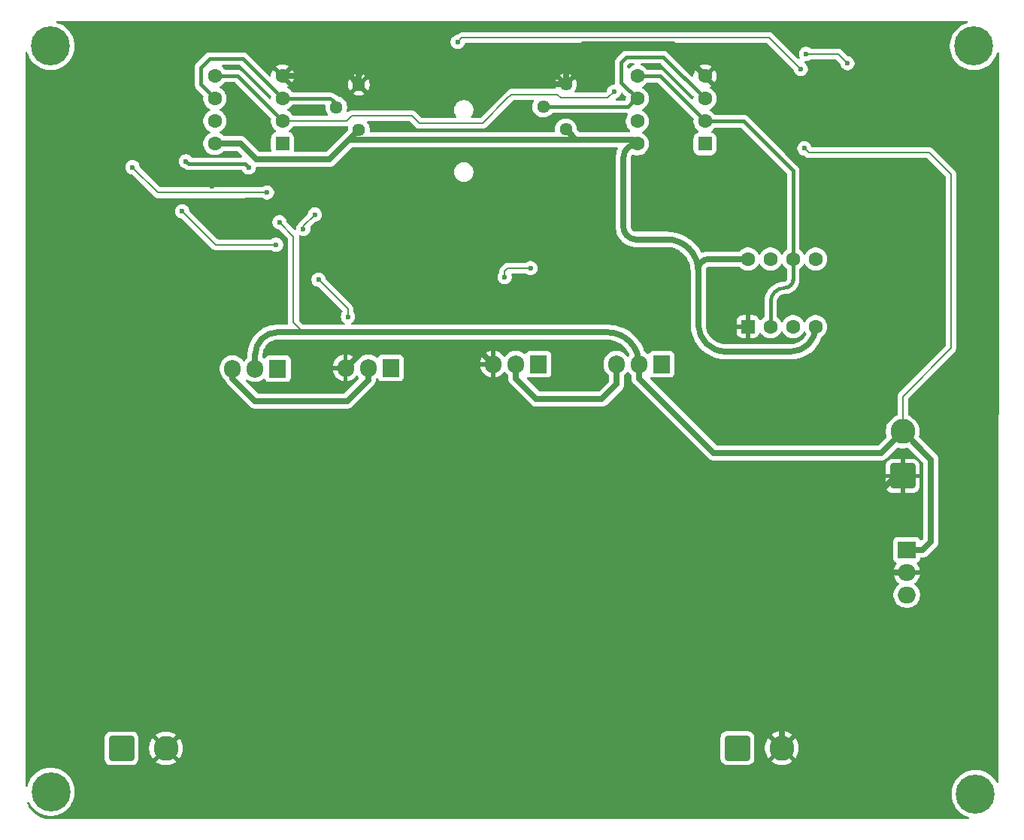
<source format=gbr>
%TF.GenerationSoftware,KiCad,Pcbnew,9.0.4*%
%TF.CreationDate,2025-09-07T12:41:53+05:30*%
%TF.ProjectId,STEREO  CLASS D AMP,53544552-454f-4202-9043-4c4153532044,rev?*%
%TF.SameCoordinates,Original*%
%TF.FileFunction,Copper,L2,Bot*%
%TF.FilePolarity,Positive*%
%FSLAX46Y46*%
G04 Gerber Fmt 4.6, Leading zero omitted, Abs format (unit mm)*
G04 Created by KiCad (PCBNEW 9.0.4) date 2025-09-07 12:41:53*
%MOMM*%
%LPD*%
G01*
G04 APERTURE LIST*
G04 Aperture macros list*
%AMRoundRect*
0 Rectangle with rounded corners*
0 $1 Rounding radius*
0 $2 $3 $4 $5 $6 $7 $8 $9 X,Y pos of 4 corners*
0 Add a 4 corners polygon primitive as box body*
4,1,4,$2,$3,$4,$5,$6,$7,$8,$9,$2,$3,0*
0 Add four circle primitives for the rounded corners*
1,1,$1+$1,$2,$3*
1,1,$1+$1,$4,$5*
1,1,$1+$1,$6,$7*
1,1,$1+$1,$8,$9*
0 Add four rect primitives between the rounded corners*
20,1,$1+$1,$2,$3,$4,$5,0*
20,1,$1+$1,$4,$5,$6,$7,0*
20,1,$1+$1,$6,$7,$8,$9,0*
20,1,$1+$1,$8,$9,$2,$3,0*%
G04 Aperture macros list end*
%TA.AperFunction,ComponentPad*%
%ADD10C,0.700000*%
%TD*%
%TA.AperFunction,ComponentPad*%
%ADD11C,4.400000*%
%TD*%
%TA.AperFunction,ComponentPad*%
%ADD12R,1.905000X2.000000*%
%TD*%
%TA.AperFunction,ComponentPad*%
%ADD13O,1.905000X2.000000*%
%TD*%
%TA.AperFunction,ComponentPad*%
%ADD14RoundRect,0.250001X-1.149999X-1.149999X1.149999X-1.149999X1.149999X1.149999X-1.149999X1.149999X0*%
%TD*%
%TA.AperFunction,ComponentPad*%
%ADD15C,2.800000*%
%TD*%
%TA.AperFunction,ComponentPad*%
%ADD16C,1.440000*%
%TD*%
%TA.AperFunction,ComponentPad*%
%ADD17RoundRect,0.250000X0.550000X0.550000X-0.550000X0.550000X-0.550000X-0.550000X0.550000X-0.550000X0*%
%TD*%
%TA.AperFunction,ComponentPad*%
%ADD18C,1.600000*%
%TD*%
%TA.AperFunction,ComponentPad*%
%ADD19RoundRect,0.250001X1.149999X-1.149999X1.149999X1.149999X-1.149999X1.149999X-1.149999X-1.149999X0*%
%TD*%
%TA.AperFunction,ComponentPad*%
%ADD20RoundRect,0.250000X0.550000X-0.550000X0.550000X0.550000X-0.550000X0.550000X-0.550000X-0.550000X0*%
%TD*%
%TA.AperFunction,ComponentPad*%
%ADD21R,2.000000X1.905000*%
%TD*%
%TA.AperFunction,ComponentPad*%
%ADD22O,2.000000X1.905000*%
%TD*%
%TA.AperFunction,ViaPad*%
%ADD23C,0.600000*%
%TD*%
%TA.AperFunction,Conductor*%
%ADD24C,0.700000*%
%TD*%
%TA.AperFunction,Conductor*%
%ADD25C,0.200000*%
%TD*%
%TA.AperFunction,Conductor*%
%ADD26C,0.400000*%
%TD*%
G04 APERTURE END LIST*
D10*
%TO.P,REF\u002A\u002A,1*%
%TO.N,N/C*%
X190426726Y-141806726D03*
X190910000Y-140640000D03*
X190910000Y-142973452D03*
X192076726Y-140156726D03*
D11*
X192076726Y-141806726D03*
D10*
X192076726Y-143456726D03*
X193243452Y-140640000D03*
X193243452Y-142973452D03*
X193726726Y-141806726D03*
%TD*%
%TO.P,REF\u002A\u002A,1*%
%TO.N,N/C*%
X193550560Y-57543169D03*
X193067286Y-58709895D03*
X193067286Y-56376443D03*
X191900560Y-59193169D03*
D11*
X191900560Y-57543169D03*
D10*
X191900560Y-55893169D03*
X190733834Y-58709895D03*
X190733834Y-56376443D03*
X190250560Y-57543169D03*
%TD*%
%TO.P,REF\u002A\u002A,1*%
%TO.N,N/C*%
X89591736Y-141570000D03*
X89108462Y-142736726D03*
X89108462Y-140403274D03*
X87941736Y-143220000D03*
D11*
X87941736Y-141570000D03*
D10*
X87941736Y-139920000D03*
X86775010Y-142736726D03*
X86775010Y-140403274D03*
X86291736Y-141570000D03*
%TD*%
%TO.P,REF\u002A\u002A,1*%
%TO.N,N/C*%
X89561736Y-57521736D03*
X89078462Y-58688462D03*
X89078462Y-56355010D03*
X87911736Y-59171736D03*
D11*
X87911736Y-57521736D03*
D10*
X87911736Y-55871736D03*
X86745010Y-58688462D03*
X86745010Y-56355010D03*
X86261736Y-57521736D03*
%TD*%
D12*
%TO.P,Q4,1,G*%
%TO.N,Net-(D4-A)*%
X126211250Y-93800000D03*
D13*
%TO.P,Q4,2,D*%
%TO.N,Net-(Q3-S)*%
X123671250Y-93800000D03*
%TO.P,Q4,3,S*%
%TO.N,GND*%
X121131250Y-93800000D03*
%TD*%
D14*
%TO.P,J2,1,Pin_1*%
%TO.N,Net-(J2-Pin_1)*%
X165271250Y-136630000D03*
D15*
%TO.P,J2,2,Pin_2*%
%TO.N,GND*%
X170271250Y-136630000D03*
%TD*%
D12*
%TO.P,Q2,1,G*%
%TO.N,Net-(D2-A)*%
X142851250Y-93380000D03*
D13*
%TO.P,Q2,2,D*%
%TO.N,Net-(Q1-S)*%
X140311250Y-93380000D03*
%TO.P,Q2,3,S*%
%TO.N,GND*%
X137771250Y-93380000D03*
%TD*%
D14*
%TO.P,J3,1,Pin_1*%
%TO.N,Net-(J3-Pin_1)*%
X95911250Y-136667500D03*
D15*
%TO.P,J3,2,Pin_2*%
%TO.N,GND*%
X100911250Y-136667500D03*
%TD*%
D12*
%TO.P,Q3,1,G*%
%TO.N,Net-(D3-A)*%
X113501250Y-93890000D03*
D13*
%TO.P,Q3,2,D*%
%TO.N,+12V*%
X110961250Y-93890000D03*
%TO.P,Q3,3,S*%
%TO.N,Net-(Q3-S)*%
X108421250Y-93890000D03*
%TD*%
D16*
%TO.P,RV1,1,1*%
%TO.N,GND*%
X145941250Y-61830000D03*
%TO.P,RV1,2,2*%
%TO.N,Net-(U3A-+)*%
X143401250Y-64370000D03*
%TO.P,RV1,3,3*%
%TO.N,+5V*%
X145941250Y-66910000D03*
%TD*%
D12*
%TO.P,Q1,1,G*%
%TO.N,Net-(D1-A)*%
X156731250Y-93380000D03*
D13*
%TO.P,Q1,2,D*%
%TO.N,+12V*%
X154191250Y-93380000D03*
%TO.P,Q1,3,S*%
%TO.N,Net-(Q1-S)*%
X151651250Y-93380000D03*
%TD*%
D16*
%TO.P,RV2,1,1*%
%TO.N,GND*%
X122641250Y-61890000D03*
%TO.P,RV2,2,2*%
%TO.N,Net-(U4A-+)*%
X120101250Y-64430000D03*
%TO.P,RV2,3,3*%
%TO.N,+5V*%
X122641250Y-66970000D03*
%TD*%
D17*
%TO.P,U4,1*%
%TO.N,Net-(U6-LI)*%
X114041250Y-68510000D03*
D18*
%TO.P,U4,2,-*%
%TO.N,Net-(U2-THR)*%
X114041250Y-65970000D03*
%TO.P,U4,3,+*%
%TO.N,Net-(U4A-+)*%
X114041250Y-63430000D03*
%TO.P,U4,4,V-*%
%TO.N,GND*%
X114041250Y-60890000D03*
%TO.P,U4,5,+*%
%TO.N,Net-(U2-THR)*%
X106421250Y-60890000D03*
%TO.P,U4,6,-*%
%TO.N,Net-(U4A-+)*%
X106421250Y-63430000D03*
%TO.P,U4,7*%
%TO.N,Net-(U6-HI)*%
X106421250Y-65970000D03*
%TO.P,U4,8,V+*%
%TO.N,+5V*%
X106421250Y-68510000D03*
%TD*%
D19*
%TO.P,J1,1,Pin_1*%
%TO.N,GND*%
X183878750Y-105975000D03*
D15*
%TO.P,J1,2,Pin_2*%
%TO.N,+12V*%
X183878750Y-100975000D03*
%TD*%
D20*
%TO.P,U2,1,GND*%
%TO.N,GND*%
X166461250Y-89150000D03*
D18*
%TO.P,U2,2,TR*%
%TO.N,Net-(U2-THR)*%
X169001250Y-89150000D03*
%TO.P,U2,3,Q*%
%TO.N,Net-(U2-Q)*%
X171541250Y-89150000D03*
%TO.P,U2,4,R*%
%TO.N,+5V*%
X174081250Y-89150000D03*
%TO.P,U2,5,CV*%
%TO.N,unconnected-(U2-CV-Pad5)*%
X174081250Y-81530000D03*
%TO.P,U2,6,THR*%
%TO.N,Net-(U2-THR)*%
X171541250Y-81530000D03*
%TO.P,U2,7,DIS*%
%TO.N,unconnected-(U2-DIS-Pad7)*%
X169001250Y-81530000D03*
%TO.P,U2,8,VCC*%
%TO.N,+5V*%
X166461250Y-81530000D03*
%TD*%
D21*
%TO.P,U1,1,IN*%
%TO.N,+12V*%
X184341250Y-114295000D03*
D22*
%TO.P,U1,2,GND*%
%TO.N,GND*%
X184341250Y-116835000D03*
%TO.P,U1,3,OUT*%
%TO.N,+5V*%
X184341250Y-119375000D03*
%TD*%
D17*
%TO.P,U3,1*%
%TO.N,Net-(U5-HI)*%
X161621250Y-68550000D03*
D18*
%TO.P,U3,2,-*%
%TO.N,Net-(U2-THR)*%
X161621250Y-66010000D03*
%TO.P,U3,3,+*%
%TO.N,Net-(U3A-+)*%
X161621250Y-63470000D03*
%TO.P,U3,4,V-*%
%TO.N,GND*%
X161621250Y-60930000D03*
%TO.P,U3,5,+*%
%TO.N,Net-(U2-THR)*%
X154001250Y-60930000D03*
%TO.P,U3,6,-*%
%TO.N,Net-(U3A-+)*%
X154001250Y-63470000D03*
%TO.P,U3,7*%
%TO.N,Net-(U5-LI)*%
X154001250Y-66010000D03*
%TO.P,U3,8,V+*%
%TO.N,+5V*%
X154001250Y-68550000D03*
%TD*%
D23*
%TO.N,GND*%
X162531250Y-77120000D03*
X102661250Y-71990000D03*
X164331250Y-79650000D03*
X164041250Y-68810000D03*
X106111250Y-73380000D03*
%TO.N,Net-(U2-THR)*%
X151361250Y-62670000D03*
%TO.N,+12V*%
X103161250Y-70510000D03*
X113701250Y-77390000D03*
X110231250Y-71210000D03*
X172811250Y-69060000D03*
%TO.N,Net-(U4A-+)*%
X116381250Y-78140000D03*
X117671250Y-76520000D03*
%TO.N,Net-(D2-K)*%
X133766250Y-57075000D03*
X172401250Y-60110000D03*
%TO.N,Net-(D2-A)*%
X139050000Y-83570000D03*
X141960000Y-82560000D03*
%TO.N,Net-(D4-K)*%
X102741250Y-76150000D03*
X118101250Y-83850000D03*
X121401250Y-88030000D03*
X113311250Y-79920000D03*
%TO.N,Net-(U5-HI)*%
X177651250Y-59460000D03*
X172991250Y-58420000D03*
%TO.N,Net-(U6-LI)*%
X112291250Y-74020000D03*
X97141250Y-71180000D03*
%TD*%
D24*
%TO.N,GND*%
X147891250Y-57320000D02*
X145941250Y-59270000D01*
D25*
X162531250Y-77120000D02*
X162531250Y-77490000D01*
D24*
X144541250Y-61830000D02*
X145941250Y-61830000D01*
X142591250Y-59880000D02*
X144541250Y-61830000D01*
X135731250Y-91340000D02*
X137771250Y-93380000D01*
X114041250Y-60890000D02*
X121641250Y-60890000D01*
D25*
X164331250Y-79290000D02*
X164331250Y-79650000D01*
D24*
X161621250Y-60930000D02*
X158011250Y-57320000D01*
X176416250Y-116835000D02*
X170271250Y-122980000D01*
X170271250Y-122980000D02*
X170271250Y-136630000D01*
X158011250Y-57320000D02*
X147891250Y-57320000D01*
D25*
X164041250Y-68810000D02*
X164041250Y-75610000D01*
D24*
X181361250Y-115460000D02*
X182736250Y-116835000D01*
X161621250Y-60490000D02*
X161621250Y-60930000D01*
D25*
X102661250Y-71990000D02*
X104051250Y-73380000D01*
D24*
X122641250Y-60820000D02*
X123581250Y-59880000D01*
X121131250Y-93800000D02*
X123591250Y-91340000D01*
X123581250Y-59880000D02*
X142591250Y-59880000D01*
D25*
X104051250Y-73380000D02*
X106111250Y-73380000D01*
X164041250Y-75610000D02*
X162531250Y-77120000D01*
D24*
X145941250Y-59270000D02*
X145941250Y-61830000D01*
D25*
X162531250Y-77490000D02*
X164331250Y-79290000D01*
D24*
X181361250Y-107750000D02*
X181361250Y-115460000D01*
X183136250Y-105975000D02*
X181361250Y-107750000D01*
X121641250Y-60890000D02*
X122641250Y-61890000D01*
X123591250Y-91340000D02*
X135731250Y-91340000D01*
X182736250Y-116835000D02*
X184341250Y-116835000D01*
X183878750Y-105975000D02*
X183136250Y-105975000D01*
X184341250Y-116835000D02*
X176416250Y-116835000D01*
X122641250Y-61890000D02*
X122641250Y-60820000D01*
%TO.N,+5V*%
X119321250Y-70290000D02*
X120941250Y-68670000D01*
X147521250Y-68080000D02*
X121531250Y-68080000D01*
X160851250Y-88220000D02*
X160851250Y-88860000D01*
X160851250Y-82870000D02*
X160851250Y-85590000D01*
X111071250Y-70290000D02*
X119321250Y-70290000D01*
X152431250Y-70120000D02*
X152431250Y-77920000D01*
X153821250Y-79310000D02*
X157291250Y-79310000D01*
X166461250Y-81530000D02*
X162060136Y-81530000D01*
X145941250Y-66910000D02*
X147111250Y-68080000D01*
X147111250Y-68080000D02*
X147521250Y-68080000D01*
X163951250Y-91960000D02*
X164231250Y-91960000D01*
X109291250Y-68510000D02*
X111071250Y-70290000D01*
X121531250Y-68080000D02*
X120941250Y-68670000D01*
X153531250Y-68080000D02*
X154001250Y-68550000D01*
X147521250Y-68080000D02*
X153531250Y-68080000D01*
X160851250Y-82738886D02*
X160851250Y-88220000D01*
X164231250Y-91960000D02*
X171271250Y-91960000D01*
X106421250Y-68510000D02*
X109291250Y-68510000D01*
X120941250Y-68670000D02*
X122641250Y-66970000D01*
X160851250Y-85590000D02*
X160851250Y-88220000D01*
X171271250Y-91960000D02*
G75*
G03*
X174081200Y-89150000I-50J2810000D01*
G01*
X154001250Y-68550000D02*
G75*
G03*
X152431200Y-70120000I-50J-1570000D01*
G01*
X162060136Y-81530000D02*
G75*
G03*
X160851200Y-82738886I-36J-1208900D01*
G01*
X160851250Y-88860000D02*
G75*
G03*
X163951250Y-91960050I3100050J0D01*
G01*
X157291250Y-79310000D02*
G75*
G02*
X160851200Y-82870000I-50J-3560000D01*
G01*
X152431250Y-77920000D02*
G75*
G03*
X153821250Y-79310050I1390050J0D01*
G01*
D26*
%TO.N,Net-(U2-THR)*%
X156541250Y-60930000D02*
X161621250Y-66010000D01*
X154001250Y-60930000D02*
X156541250Y-60930000D01*
D25*
X136561250Y-66240000D02*
X139331250Y-63470000D01*
X121861250Y-65390000D02*
X128621250Y-65390000D01*
X139831250Y-62970000D02*
X144571250Y-62970000D01*
D26*
X106421250Y-60890000D02*
X108961250Y-60890000D01*
X165991250Y-66010000D02*
X161621250Y-66010000D01*
D25*
X144571250Y-62970000D02*
X144961250Y-62970000D01*
X129471250Y-66240000D02*
X136561250Y-66240000D01*
D26*
X171541250Y-81530000D02*
X171551250Y-81520000D01*
X108961250Y-60890000D02*
X114041250Y-65970000D01*
X171551250Y-71570000D02*
X165991250Y-66010000D01*
X171551250Y-81520000D02*
X171551250Y-71570000D01*
D25*
X150651250Y-63380000D02*
X151361250Y-62670000D01*
X145371250Y-63380000D02*
X150651250Y-63380000D01*
D26*
X169001250Y-86380000D02*
X169001250Y-89150000D01*
D25*
X121281250Y-65970000D02*
X121861250Y-65390000D01*
X139331250Y-63470000D02*
X139831250Y-62970000D01*
X114041250Y-65970000D02*
X121281250Y-65970000D01*
X128621250Y-65390000D02*
X129471250Y-66240000D01*
D26*
X171541250Y-81530000D02*
X171541250Y-83840000D01*
D25*
X144961250Y-62970000D02*
X145371250Y-63380000D01*
D26*
X171541250Y-83840000D02*
G75*
G02*
X170611250Y-84770050I-930050J0D01*
G01*
X170611250Y-84770000D02*
G75*
G03*
X169001200Y-86380000I-50J-1610000D01*
G01*
%TO.N,Net-(U3A-+)*%
X154001250Y-63470000D02*
X152171250Y-61640000D01*
X153781250Y-63470000D02*
X152881250Y-64370000D01*
X154001250Y-63470000D02*
X153781250Y-63470000D01*
X156911250Y-58760000D02*
X161621250Y-63470000D01*
X152791250Y-58760000D02*
X156911250Y-58760000D01*
X152171250Y-59380000D02*
X152791250Y-58760000D01*
X152881250Y-64370000D02*
X143401250Y-64370000D01*
X152171250Y-61640000D02*
X152171250Y-59380000D01*
D25*
%TO.N,+12V*%
X186881250Y-69540000D02*
X189311250Y-71970000D01*
D24*
X186126250Y-114295000D02*
X184341250Y-114295000D01*
D25*
X189311250Y-91570000D02*
X183878750Y-97002500D01*
X189311250Y-71970000D02*
X189311250Y-91570000D01*
D24*
X113502444Y-89780000D02*
X113522444Y-89800000D01*
X181493750Y-103360000D02*
X162566250Y-103360000D01*
X154191250Y-94985000D02*
X154191250Y-93380000D01*
D26*
X103441250Y-70790000D02*
X103161250Y-70510000D01*
D24*
X187051250Y-104147500D02*
X187051250Y-113370000D01*
D25*
X172811250Y-69060000D02*
X173291250Y-69540000D01*
X115281250Y-88700000D02*
X116381250Y-89800000D01*
D26*
X110231250Y-71210000D02*
X109811250Y-70790000D01*
D24*
X162566250Y-103360000D02*
X154191250Y-94985000D01*
X187051250Y-113370000D02*
X186126250Y-114295000D01*
D26*
X109811250Y-70790000D02*
X103441250Y-70790000D01*
D25*
X115281250Y-78970000D02*
X115281250Y-88700000D01*
D24*
X150571261Y-89800000D02*
X150591261Y-89780000D01*
X116381250Y-89800000D02*
X150571261Y-89800000D01*
D25*
X173291250Y-69540000D02*
X186881250Y-69540000D01*
X113701250Y-77390000D02*
X115281250Y-78970000D01*
D24*
X183878750Y-100975000D02*
X187051250Y-104147500D01*
X110961250Y-93890000D02*
X110961250Y-92321194D01*
D25*
X183878750Y-97002500D02*
X183878750Y-100975000D01*
D24*
X183878750Y-100975000D02*
X181493750Y-103360000D01*
X113522444Y-89800000D02*
X116381250Y-89800000D01*
X150591261Y-89780000D02*
G75*
G02*
X154191300Y-93380000I39J-3600000D01*
G01*
X110961250Y-92321194D02*
G75*
G02*
X113502444Y-89780050I2541150J-6D01*
G01*
D26*
%TO.N,Net-(U4A-+)*%
X114041250Y-63430000D02*
X119101250Y-63430000D01*
X104821250Y-61830000D02*
X106421250Y-63430000D01*
D25*
X116381250Y-77810000D02*
X117671250Y-76520000D01*
X116381250Y-78140000D02*
X116381250Y-77810000D01*
D26*
X114041250Y-63430000D02*
X109541250Y-58930000D01*
X109541250Y-58930000D02*
X105861250Y-58930000D01*
X105861250Y-58930000D02*
X104821250Y-59970000D01*
X104821250Y-59970000D02*
X104821250Y-61830000D01*
X119101250Y-63430000D02*
G75*
G02*
X120101300Y-64430000I50J-1000000D01*
G01*
D24*
%TO.N,Net-(Q1-S)*%
X142626250Y-97300000D02*
X140311250Y-94985000D01*
X151651250Y-95640000D02*
X149991250Y-97300000D01*
X140311250Y-94985000D02*
X140311250Y-93380000D01*
X151651250Y-93380000D02*
X151651250Y-95640000D01*
X149991250Y-97300000D02*
X142626250Y-97300000D01*
%TO.N,Net-(Q3-S)*%
X110961250Y-97520000D02*
X121311250Y-97520000D01*
X108421250Y-94980000D02*
X110961250Y-97520000D01*
X123671250Y-95160000D02*
X123671250Y-93800000D01*
X121311250Y-97520000D02*
X123671250Y-95160000D01*
X108421250Y-93890000D02*
X108421250Y-94980000D01*
D25*
%TO.N,Net-(D2-K)*%
X134251250Y-56590000D02*
X168881250Y-56590000D01*
X133766250Y-57075000D02*
X134251250Y-56590000D01*
X168881250Y-56590000D02*
X172401250Y-60110000D01*
%TO.N,Net-(D2-A)*%
X139390000Y-82560000D02*
X139050000Y-82900000D01*
X139050000Y-82900000D02*
X139050000Y-83570000D01*
X141960000Y-82560000D02*
X139390000Y-82560000D01*
%TO.N,Net-(D4-K)*%
X106511250Y-79920000D02*
X113311250Y-79920000D01*
X118101250Y-83850000D02*
X121401250Y-87150000D01*
X102741250Y-76150000D02*
X106511250Y-79920000D01*
X121401250Y-87150000D02*
X121401250Y-88030000D01*
%TO.N,Net-(U5-HI)*%
X176611250Y-58420000D02*
X177651250Y-59460000D01*
X172991250Y-58420000D02*
X176611250Y-58420000D01*
%TO.N,Net-(U6-LI)*%
X100011250Y-74050000D02*
X97141250Y-71180000D01*
X109641250Y-74050000D02*
X100011250Y-74050000D01*
X109671250Y-74020000D02*
X109641250Y-74050000D01*
X112291250Y-74020000D02*
X109671250Y-74020000D01*
%TD*%
%TA.AperFunction,Conductor*%
%TO.N,GND*%
G36*
X170342695Y-82073865D02*
G01*
X170381735Y-82118919D01*
X170428965Y-82211614D01*
X170549278Y-82377213D01*
X170694034Y-82521969D01*
X170789635Y-82591426D01*
X170832301Y-82646755D01*
X170840750Y-82691744D01*
X170840750Y-83830238D01*
X170839223Y-83849637D01*
X170832586Y-83891538D01*
X170820600Y-83928430D01*
X170805830Y-83957420D01*
X170783024Y-83988810D01*
X170760014Y-84011820D01*
X170728635Y-84034620D01*
X170699644Y-84049394D01*
X170662747Y-84061385D01*
X170649735Y-84063446D01*
X170621170Y-84067972D01*
X170601774Y-84069500D01*
X170559918Y-84069501D01*
X170559918Y-84069502D01*
X170525841Y-84069504D01*
X170525079Y-84069546D01*
X170471509Y-84069546D01*
X170194040Y-84103228D01*
X170194032Y-84103229D01*
X170194031Y-84103230D01*
X169922633Y-84170116D01*
X169922625Y-84170118D01*
X169661277Y-84269227D01*
X169526930Y-84339735D01*
X169413772Y-84399122D01*
X169413770Y-84399123D01*
X169413763Y-84399127D01*
X169413762Y-84399128D01*
X169183738Y-84557895D01*
X169183730Y-84557901D01*
X169183730Y-84557902D01*
X169113931Y-84619737D01*
X168974503Y-84743255D01*
X168789143Y-84952477D01*
X168789141Y-84952479D01*
X168630364Y-85182501D01*
X168630360Y-85182508D01*
X168500457Y-85430012D01*
X168500456Y-85430014D01*
X168401337Y-85691366D01*
X168334442Y-85962763D01*
X168300750Y-86240238D01*
X168300750Y-87988255D01*
X168281065Y-88055294D01*
X168249635Y-88088573D01*
X168154037Y-88158028D01*
X168154032Y-88158032D01*
X168009282Y-88302782D01*
X167940866Y-88396949D01*
X167885536Y-88439614D01*
X167815922Y-88445593D01*
X167754127Y-88412987D01*
X167722842Y-88363067D01*
X167695608Y-88280880D01*
X167695606Y-88280875D01*
X167603565Y-88131654D01*
X167479595Y-88007684D01*
X167330374Y-87915643D01*
X167330369Y-87915641D01*
X167163947Y-87860494D01*
X167163940Y-87860493D01*
X167061236Y-87850000D01*
X166711250Y-87850000D01*
X166711250Y-88834314D01*
X166706856Y-88829920D01*
X166615644Y-88777259D01*
X166513911Y-88750000D01*
X166408589Y-88750000D01*
X166306856Y-88777259D01*
X166215644Y-88829920D01*
X166211250Y-88834314D01*
X166211250Y-87850000D01*
X165861278Y-87850000D01*
X165861262Y-87850001D01*
X165758552Y-87860494D01*
X165592130Y-87915641D01*
X165592125Y-87915643D01*
X165442904Y-88007684D01*
X165318934Y-88131654D01*
X165226893Y-88280875D01*
X165226891Y-88280880D01*
X165171744Y-88447302D01*
X165171743Y-88447309D01*
X165161250Y-88550013D01*
X165161250Y-88900000D01*
X166145564Y-88900000D01*
X166141170Y-88904394D01*
X166088509Y-88995606D01*
X166061250Y-89097339D01*
X166061250Y-89202661D01*
X166088509Y-89304394D01*
X166141170Y-89395606D01*
X166145564Y-89400000D01*
X165161251Y-89400000D01*
X165161251Y-89749986D01*
X165171744Y-89852697D01*
X165226891Y-90019119D01*
X165226893Y-90019124D01*
X165318934Y-90168345D01*
X165442904Y-90292315D01*
X165592125Y-90384356D01*
X165592130Y-90384358D01*
X165758552Y-90439505D01*
X165758559Y-90439506D01*
X165861269Y-90449999D01*
X166211249Y-90449999D01*
X166211250Y-90449998D01*
X166211250Y-89465686D01*
X166215644Y-89470080D01*
X166306856Y-89522741D01*
X166408589Y-89550000D01*
X166513911Y-89550000D01*
X166615644Y-89522741D01*
X166706856Y-89470080D01*
X166711250Y-89465686D01*
X166711250Y-90449999D01*
X167061222Y-90449999D01*
X167061236Y-90449998D01*
X167163947Y-90439505D01*
X167330369Y-90384358D01*
X167330374Y-90384356D01*
X167479595Y-90292315D01*
X167603565Y-90168345D01*
X167695606Y-90019124D01*
X167695609Y-90019117D01*
X167722842Y-89936932D01*
X167762614Y-89879487D01*
X167827129Y-89852663D01*
X167895905Y-89864977D01*
X167940866Y-89903049D01*
X168009280Y-89997213D01*
X168009284Y-89997219D01*
X168154036Y-90141971D01*
X168290829Y-90241355D01*
X168319640Y-90262287D01*
X168435857Y-90321503D01*
X168502026Y-90355218D01*
X168502028Y-90355218D01*
X168502031Y-90355220D01*
X168591709Y-90384358D01*
X168696715Y-90418477D01*
X168797807Y-90434488D01*
X168898898Y-90450500D01*
X168898899Y-90450500D01*
X169103601Y-90450500D01*
X169103602Y-90450500D01*
X169305784Y-90418477D01*
X169500469Y-90355220D01*
X169682860Y-90262287D01*
X169790878Y-90183808D01*
X169848463Y-90141971D01*
X169848465Y-90141968D01*
X169848469Y-90141966D01*
X169993216Y-89997219D01*
X169993218Y-89997215D01*
X169993221Y-89997213D01*
X170113534Y-89831614D01*
X170113535Y-89831613D01*
X170113537Y-89831610D01*
X170160766Y-89738917D01*
X170208739Y-89688123D01*
X170276560Y-89671328D01*
X170342695Y-89693865D01*
X170381733Y-89738917D01*
X170395241Y-89765426D01*
X170428965Y-89831614D01*
X170549278Y-89997213D01*
X170694036Y-90141971D01*
X170830829Y-90241355D01*
X170859640Y-90262287D01*
X170975857Y-90321503D01*
X171042026Y-90355218D01*
X171042028Y-90355218D01*
X171042031Y-90355220D01*
X171131709Y-90384358D01*
X171236715Y-90418477D01*
X171337807Y-90434488D01*
X171438898Y-90450500D01*
X171438899Y-90450500D01*
X171643601Y-90450500D01*
X171643602Y-90450500D01*
X171845784Y-90418477D01*
X172040469Y-90355220D01*
X172222860Y-90262287D01*
X172330878Y-90183808D01*
X172388463Y-90141971D01*
X172388465Y-90141968D01*
X172388469Y-90141966D01*
X172533216Y-89997219D01*
X172533218Y-89997215D01*
X172533221Y-89997213D01*
X172653534Y-89831614D01*
X172653535Y-89831613D01*
X172653537Y-89831610D01*
X172700766Y-89738917D01*
X172706589Y-89732751D01*
X172709251Y-89724701D01*
X172730215Y-89707736D01*
X172748739Y-89688123D01*
X172756971Y-89686084D01*
X172763565Y-89680749D01*
X172790378Y-89677811D01*
X172816560Y-89671328D01*
X172824587Y-89674063D01*
X172833019Y-89673140D01*
X172857162Y-89685164D01*
X172882695Y-89693865D01*
X172889599Y-89701318D01*
X172895561Y-89704288D01*
X172909798Y-89723125D01*
X172917763Y-89731724D01*
X172919866Y-89735253D01*
X172968963Y-89831610D01*
X173015406Y-89895534D01*
X173018291Y-89900374D01*
X173025652Y-89928972D01*
X173035576Y-89956786D01*
X173034356Y-89962786D01*
X173035708Y-89968038D01*
X173029428Y-89987033D01*
X173022991Y-90018706D01*
X172971820Y-90122475D01*
X172963710Y-90136523D01*
X172830338Y-90336130D01*
X172820464Y-90348998D01*
X172662180Y-90529489D01*
X172650711Y-90540958D01*
X172470229Y-90699240D01*
X172457361Y-90709115D01*
X172257745Y-90842497D01*
X172243702Y-90850604D01*
X172028405Y-90956781D01*
X172013420Y-90962988D01*
X171786091Y-91040160D01*
X171770424Y-91044358D01*
X171534972Y-91091196D01*
X171518891Y-91093313D01*
X171276055Y-91109234D01*
X171267943Y-91109500D01*
X163955018Y-91109500D01*
X163947529Y-91109274D01*
X163687599Y-91093547D01*
X163672734Y-91091741D01*
X163420311Y-91045478D01*
X163405773Y-91041895D01*
X163160748Y-90965539D01*
X163146748Y-90960229D01*
X162912723Y-90854900D01*
X162899464Y-90847941D01*
X162679839Y-90715170D01*
X162667516Y-90706664D01*
X162465498Y-90548390D01*
X162454290Y-90538461D01*
X162272812Y-90356980D01*
X162262890Y-90345780D01*
X162104608Y-90143744D01*
X162096112Y-90131435D01*
X161963342Y-89911804D01*
X161956383Y-89898546D01*
X161926258Y-89831610D01*
X161851051Y-89664505D01*
X161845750Y-89650528D01*
X161769394Y-89405489D01*
X161765812Y-89390950D01*
X161762155Y-89370995D01*
X161762154Y-89370990D01*
X161721741Y-89150461D01*
X161719552Y-89138519D01*
X161717748Y-89123658D01*
X161713150Y-89047648D01*
X161701975Y-88862903D01*
X161701750Y-88855429D01*
X161701750Y-82747024D01*
X161702811Y-82730837D01*
X161711057Y-82668214D01*
X161711831Y-82662330D01*
X161720210Y-82631063D01*
X161731463Y-82603898D01*
X161743517Y-82574797D01*
X161759696Y-82546775D01*
X161796782Y-82498445D01*
X161819661Y-82475568D01*
X161867982Y-82438491D01*
X161896005Y-82422312D01*
X161952285Y-82399002D01*
X161983538Y-82390628D01*
X162052442Y-82381559D01*
X162068613Y-82380500D01*
X162149502Y-82380503D01*
X162149507Y-82380501D01*
X162156020Y-82380502D01*
X162156077Y-82380500D01*
X165421203Y-82380500D01*
X165488242Y-82400185D01*
X165508884Y-82416819D01*
X165614036Y-82521971D01*
X165755440Y-82624705D01*
X165779640Y-82642287D01*
X165876705Y-82691744D01*
X165962026Y-82735218D01*
X165962028Y-82735218D01*
X165962031Y-82735220D01*
X166066387Y-82769127D01*
X166156715Y-82798477D01*
X166257807Y-82814488D01*
X166358898Y-82830500D01*
X166358899Y-82830500D01*
X166563601Y-82830500D01*
X166563602Y-82830500D01*
X166765784Y-82798477D01*
X166960469Y-82735220D01*
X167142860Y-82642287D01*
X167256505Y-82559720D01*
X167308463Y-82521971D01*
X167308465Y-82521968D01*
X167308469Y-82521966D01*
X167453216Y-82377219D01*
X167453218Y-82377215D01*
X167453221Y-82377213D01*
X167573534Y-82211614D01*
X167573535Y-82211613D01*
X167573537Y-82211610D01*
X167620766Y-82118917D01*
X167668739Y-82068123D01*
X167736560Y-82051328D01*
X167802695Y-82073865D01*
X167841735Y-82118919D01*
X167888965Y-82211614D01*
X168009278Y-82377213D01*
X168154036Y-82521971D01*
X168295440Y-82624705D01*
X168319640Y-82642287D01*
X168416705Y-82691744D01*
X168502026Y-82735218D01*
X168502028Y-82735218D01*
X168502031Y-82735220D01*
X168606387Y-82769127D01*
X168696715Y-82798477D01*
X168797807Y-82814488D01*
X168898898Y-82830500D01*
X168898899Y-82830500D01*
X169103601Y-82830500D01*
X169103602Y-82830500D01*
X169305784Y-82798477D01*
X169500469Y-82735220D01*
X169682860Y-82642287D01*
X169796505Y-82559720D01*
X169848463Y-82521971D01*
X169848465Y-82521968D01*
X169848469Y-82521966D01*
X169993216Y-82377219D01*
X169993218Y-82377215D01*
X169993221Y-82377213D01*
X170113534Y-82211614D01*
X170113535Y-82211613D01*
X170113537Y-82211610D01*
X170160766Y-82118917D01*
X170208739Y-82068123D01*
X170276560Y-82051328D01*
X170342695Y-82073865D01*
G37*
%TD.AperFunction*%
%TA.AperFunction,Conductor*%
G36*
X156266770Y-61650185D02*
G01*
X156287412Y-61666819D01*
X160304444Y-65683851D01*
X160337929Y-65745174D01*
X160339236Y-65790929D01*
X160320750Y-65907647D01*
X160320750Y-66112351D01*
X160352772Y-66314534D01*
X160416031Y-66509223D01*
X160466725Y-66608713D01*
X160488583Y-66651613D01*
X160508965Y-66691613D01*
X160629278Y-66857213D01*
X160629284Y-66857219D01*
X160774031Y-67001966D01*
X160867702Y-67070021D01*
X160910367Y-67125350D01*
X160916346Y-67194963D01*
X160883741Y-67256759D01*
X160833821Y-67288045D01*
X160751916Y-67315186D01*
X160751913Y-67315187D01*
X160602592Y-67407289D01*
X160478539Y-67531342D01*
X160386437Y-67680663D01*
X160386436Y-67680666D01*
X160331251Y-67847203D01*
X160331251Y-67847204D01*
X160331250Y-67847204D01*
X160320750Y-67949983D01*
X160320750Y-69150001D01*
X160320751Y-69150018D01*
X160331250Y-69252796D01*
X160331251Y-69252799D01*
X160386435Y-69419331D01*
X160386437Y-69419336D01*
X160397126Y-69436666D01*
X160478538Y-69568656D01*
X160602594Y-69692712D01*
X160751916Y-69784814D01*
X160918453Y-69839999D01*
X161021241Y-69850500D01*
X162221258Y-69850499D01*
X162324047Y-69839999D01*
X162490584Y-69784814D01*
X162639906Y-69692712D01*
X162763962Y-69568656D01*
X162856064Y-69419334D01*
X162911249Y-69252797D01*
X162921750Y-69150009D01*
X162921749Y-67949992D01*
X162911249Y-67847203D01*
X162856064Y-67680666D01*
X162763962Y-67531344D01*
X162639906Y-67407288D01*
X162490584Y-67315186D01*
X162408677Y-67288044D01*
X162351234Y-67248272D01*
X162324411Y-67183756D01*
X162336726Y-67114980D01*
X162374797Y-67070021D01*
X162468469Y-67001966D01*
X162613216Y-66857219D01*
X162682675Y-66761615D01*
X162738005Y-66718949D01*
X162782994Y-66710500D01*
X165649731Y-66710500D01*
X165716770Y-66730185D01*
X165737412Y-66746819D01*
X170814431Y-71823837D01*
X170847916Y-71885160D01*
X170850750Y-71911518D01*
X170850750Y-80360990D01*
X170831065Y-80428029D01*
X170799635Y-80461308D01*
X170694034Y-80538031D01*
X170694028Y-80538036D01*
X170549278Y-80682786D01*
X170428965Y-80848386D01*
X170381735Y-80941080D01*
X170333760Y-80991876D01*
X170265939Y-81008671D01*
X170199804Y-80986134D01*
X170160765Y-80941080D01*
X170160133Y-80939840D01*
X170113537Y-80848390D01*
X170089172Y-80814854D01*
X169993221Y-80682786D01*
X169848463Y-80538028D01*
X169682863Y-80417715D01*
X169682862Y-80417714D01*
X169682860Y-80417713D01*
X169598672Y-80374817D01*
X169500473Y-80324781D01*
X169305784Y-80261522D01*
X169131245Y-80233878D01*
X169103602Y-80229500D01*
X168898898Y-80229500D01*
X168874579Y-80233351D01*
X168696715Y-80261522D01*
X168502026Y-80324781D01*
X168319636Y-80417715D01*
X168154036Y-80538028D01*
X168009278Y-80682786D01*
X167888965Y-80848386D01*
X167841735Y-80941080D01*
X167793760Y-80991876D01*
X167725939Y-81008671D01*
X167659804Y-80986134D01*
X167620765Y-80941080D01*
X167620133Y-80939840D01*
X167573537Y-80848390D01*
X167549172Y-80814854D01*
X167453221Y-80682786D01*
X167308463Y-80538028D01*
X167142863Y-80417715D01*
X167142862Y-80417714D01*
X167142860Y-80417713D01*
X167058672Y-80374817D01*
X166960473Y-80324781D01*
X166765784Y-80261522D01*
X166591245Y-80233878D01*
X166563602Y-80229500D01*
X166358898Y-80229500D01*
X166334579Y-80233351D01*
X166156715Y-80261522D01*
X165962026Y-80324781D01*
X165779636Y-80417715D01*
X165614036Y-80538028D01*
X165614032Y-80538032D01*
X165508884Y-80643181D01*
X165447561Y-80676666D01*
X165421203Y-80679500D01*
X161970829Y-80679500D01*
X161969863Y-80679546D01*
X161925189Y-80679546D01*
X161925188Y-80679546D01*
X161925183Y-80679546D01*
X161657534Y-80714775D01*
X161632221Y-80721557D01*
X161396773Y-80784638D01*
X161396769Y-80784639D01*
X161323819Y-80814854D01*
X161254349Y-80822320D01*
X161191871Y-80791043D01*
X161165369Y-80755561D01*
X161148440Y-80721561D01*
X161148437Y-80721557D01*
X161148437Y-80721556D01*
X160933751Y-80374823D01*
X160933749Y-80374820D01*
X160933747Y-80374817D01*
X160687990Y-80049378D01*
X160413252Y-79748000D01*
X160111876Y-79473254D01*
X159908275Y-79319500D01*
X159786428Y-79227484D01*
X159571736Y-79094549D01*
X159439697Y-79012792D01*
X159074634Y-78831008D01*
X158694373Y-78683689D01*
X158694352Y-78683682D01*
X158302119Y-78572078D01*
X158302101Y-78572074D01*
X157901246Y-78497136D01*
X157532951Y-78463004D01*
X157495170Y-78459503D01*
X157495168Y-78459502D01*
X157495172Y-78459502D01*
X157380151Y-78459501D01*
X157380151Y-78459500D01*
X157375017Y-78459500D01*
X157291262Y-78459500D01*
X157201871Y-78459499D01*
X157201870Y-78459499D01*
X157195758Y-78459499D01*
X157195738Y-78459500D01*
X153828248Y-78459500D01*
X153814361Y-78458720D01*
X153796756Y-78456735D01*
X153715117Y-78447534D01*
X153688049Y-78441355D01*
X153600393Y-78410681D01*
X153575374Y-78398631D01*
X153496748Y-78349223D01*
X153475041Y-78331912D01*
X153409376Y-78266245D01*
X153392064Y-78244536D01*
X153342657Y-78165903D01*
X153330610Y-78140886D01*
X153316090Y-78099390D01*
X153299938Y-78053227D01*
X153293761Y-78026160D01*
X153291982Y-78010373D01*
X153290160Y-77994200D01*
X153282530Y-77926473D01*
X153281750Y-77912591D01*
X153281750Y-70126093D01*
X153282347Y-70113939D01*
X153291548Y-70020520D01*
X153294378Y-69991788D01*
X153299117Y-69967960D01*
X153332975Y-69856346D01*
X153342270Y-69833908D01*
X153352810Y-69814190D01*
X153401774Y-69764349D01*
X153469912Y-69748890D01*
X153500485Y-69754717D01*
X153502027Y-69755218D01*
X153502031Y-69755220D01*
X153632892Y-69797739D01*
X153696715Y-69818477D01*
X153767814Y-69829738D01*
X153898898Y-69850500D01*
X153898899Y-69850500D01*
X154103601Y-69850500D01*
X154103602Y-69850500D01*
X154305784Y-69818477D01*
X154500469Y-69755220D01*
X154682860Y-69662287D01*
X154775840Y-69594732D01*
X154848463Y-69541971D01*
X154848465Y-69541968D01*
X154848469Y-69541966D01*
X154993216Y-69397219D01*
X154993218Y-69397215D01*
X154993221Y-69397213D01*
X155068574Y-69293497D01*
X155113537Y-69231610D01*
X155206470Y-69049219D01*
X155269727Y-68854534D01*
X155301750Y-68652352D01*
X155301750Y-68447648D01*
X155286379Y-68350602D01*
X155269727Y-68245465D01*
X155206468Y-68050776D01*
X155155115Y-67949991D01*
X155113537Y-67868390D01*
X155099722Y-67849375D01*
X154993221Y-67702786D01*
X154848463Y-67558028D01*
X154682864Y-67437715D01*
X154676256Y-67434348D01*
X154590167Y-67390483D01*
X154539373Y-67342511D01*
X154522578Y-67274690D01*
X154545115Y-67208555D01*
X154590167Y-67169516D01*
X154682860Y-67122287D01*
X154730255Y-67087853D01*
X154848463Y-67001971D01*
X154848465Y-67001968D01*
X154848469Y-67001966D01*
X154993216Y-66857219D01*
X154993218Y-66857215D01*
X154993221Y-66857213D01*
X155062675Y-66761616D01*
X155113537Y-66691610D01*
X155206470Y-66509219D01*
X155269727Y-66314534D01*
X155301750Y-66112352D01*
X155301750Y-65907648D01*
X155269727Y-65705466D01*
X155264539Y-65689500D01*
X155206468Y-65510776D01*
X155144534Y-65389225D01*
X155113537Y-65328390D01*
X155069215Y-65267385D01*
X154993221Y-65162786D01*
X154848463Y-65018028D01*
X154682864Y-64897715D01*
X154645382Y-64878617D01*
X154590167Y-64850483D01*
X154539373Y-64802511D01*
X154522578Y-64734690D01*
X154545115Y-64668555D01*
X154590167Y-64629516D01*
X154682860Y-64582287D01*
X154737920Y-64542284D01*
X154848463Y-64461971D01*
X154848465Y-64461968D01*
X154848469Y-64461966D01*
X154993216Y-64317219D01*
X154993218Y-64317215D01*
X154993221Y-64317213D01*
X155076208Y-64202989D01*
X155113537Y-64151610D01*
X155206470Y-63969219D01*
X155269727Y-63774534D01*
X155301750Y-63572352D01*
X155301750Y-63367648D01*
X155289735Y-63291789D01*
X155269727Y-63165465D01*
X155222662Y-63020616D01*
X155206470Y-62970781D01*
X155206468Y-62970778D01*
X155206468Y-62970776D01*
X155172183Y-62903489D01*
X155113537Y-62788390D01*
X155084473Y-62748386D01*
X154993221Y-62622786D01*
X154848463Y-62478028D01*
X154682864Y-62357715D01*
X154641926Y-62336856D01*
X154590167Y-62310483D01*
X154539373Y-62262511D01*
X154522578Y-62194690D01*
X154545115Y-62128555D01*
X154590167Y-62089516D01*
X154682860Y-62042287D01*
X154738502Y-62001861D01*
X154848463Y-61921971D01*
X154848465Y-61921968D01*
X154848469Y-61921966D01*
X154993216Y-61777219D01*
X155062675Y-61681615D01*
X155118005Y-61638949D01*
X155162994Y-61630500D01*
X156199731Y-61630500D01*
X156266770Y-61650185D01*
G37*
%TD.AperFunction*%
%TA.AperFunction,Conductor*%
G36*
X191109646Y-54703505D02*
G01*
X191176680Y-54723203D01*
X191222424Y-54776017D01*
X191232353Y-54845177D01*
X191203315Y-54908727D01*
X191150574Y-54944546D01*
X190865491Y-55044302D01*
X190592221Y-55175902D01*
X190335397Y-55337276D01*
X190098256Y-55526389D01*
X189883780Y-55740865D01*
X189694667Y-55978006D01*
X189533293Y-56234830D01*
X189401693Y-56508100D01*
X189301517Y-56794385D01*
X189301513Y-56794397D01*
X189234020Y-57090106D01*
X189234017Y-57090120D01*
X189200060Y-57391505D01*
X189200060Y-57694832D01*
X189234017Y-57996217D01*
X189234020Y-57996231D01*
X189301513Y-58291940D01*
X189301517Y-58291952D01*
X189401693Y-58578237D01*
X189533293Y-58851507D01*
X189533295Y-58851510D01*
X189694668Y-59108333D01*
X189784118Y-59220500D01*
X189844662Y-59296420D01*
X189883781Y-59345473D01*
X190098256Y-59559948D01*
X190335396Y-59749061D01*
X190592219Y-59910434D01*
X190865495Y-60042037D01*
X190981944Y-60082784D01*
X191151776Y-60142211D01*
X191151788Y-60142215D01*
X191447497Y-60209709D01*
X191447506Y-60209710D01*
X191447511Y-60209711D01*
X191648434Y-60232349D01*
X191748897Y-60243668D01*
X191748900Y-60243669D01*
X191748903Y-60243669D01*
X192052220Y-60243669D01*
X192052221Y-60243668D01*
X192242451Y-60222235D01*
X192353608Y-60209711D01*
X192353611Y-60209710D01*
X192353623Y-60209709D01*
X192649332Y-60142215D01*
X192935625Y-60042037D01*
X193208901Y-59910434D01*
X193465724Y-59749061D01*
X193702864Y-59559948D01*
X193917339Y-59345473D01*
X194106452Y-59108333D01*
X194267825Y-58851510D01*
X194399428Y-58578234D01*
X194483890Y-58336856D01*
X194498262Y-58295783D01*
X194538983Y-58239007D01*
X194603936Y-58213260D01*
X194672498Y-58226716D01*
X194722900Y-58275104D01*
X194739303Y-58336856D01*
X194661165Y-140413719D01*
X194641417Y-140480740D01*
X194588569Y-140526444D01*
X194519401Y-140536322D01*
X194455873Y-140507237D01*
X194432171Y-140479573D01*
X194295247Y-140261661D01*
X194282618Y-140241562D01*
X194093505Y-140004422D01*
X193879030Y-139789947D01*
X193641890Y-139600834D01*
X193385067Y-139439461D01*
X193385064Y-139439459D01*
X193111794Y-139307859D01*
X192825509Y-139207683D01*
X192825497Y-139207679D01*
X192597282Y-139155590D01*
X192529789Y-139140186D01*
X192529786Y-139140185D01*
X192529774Y-139140183D01*
X192228389Y-139106226D01*
X192228383Y-139106226D01*
X191925069Y-139106226D01*
X191925062Y-139106226D01*
X191623677Y-139140183D01*
X191623663Y-139140186D01*
X191327954Y-139207679D01*
X191327942Y-139207683D01*
X191041657Y-139307859D01*
X190768387Y-139439459D01*
X190511563Y-139600833D01*
X190274422Y-139789946D01*
X190059946Y-140004422D01*
X189870833Y-140241563D01*
X189709459Y-140498387D01*
X189577859Y-140771657D01*
X189477683Y-141057942D01*
X189477679Y-141057954D01*
X189410186Y-141353663D01*
X189410183Y-141353677D01*
X189376226Y-141655062D01*
X189376226Y-141958389D01*
X189410183Y-142259774D01*
X189410186Y-142259788D01*
X189477679Y-142555497D01*
X189477683Y-142555509D01*
X189577859Y-142841794D01*
X189709459Y-143115064D01*
X189722089Y-143135164D01*
X189870834Y-143371890D01*
X190059947Y-143609030D01*
X190274422Y-143823505D01*
X190511562Y-144012618D01*
X190768385Y-144173991D01*
X191041661Y-144305594D01*
X191225838Y-144370040D01*
X191317442Y-144402094D01*
X191374218Y-144442815D01*
X191399965Y-144507768D01*
X191386509Y-144576330D01*
X191338121Y-144626732D01*
X191276487Y-144643135D01*
X88124701Y-144643106D01*
X88110457Y-144643106D01*
X88102279Y-144641202D01*
X88044680Y-144643106D01*
X88024310Y-144643106D01*
X88021779Y-144643080D01*
X87736755Y-144637260D01*
X87723539Y-144636282D01*
X87432814Y-144599061D01*
X87419777Y-144596678D01*
X87134695Y-144528645D01*
X87121988Y-144524885D01*
X86845773Y-144426810D01*
X86833540Y-144421714D01*
X86569384Y-144294728D01*
X86557780Y-144288365D01*
X86308668Y-144133902D01*
X86297804Y-144126334D01*
X86066606Y-143946175D01*
X86056603Y-143937482D01*
X85845962Y-143733687D01*
X85836944Y-143723977D01*
X85649250Y-143498861D01*
X85641320Y-143488244D01*
X85478726Y-143244390D01*
X85471973Y-143232986D01*
X85420903Y-143135164D01*
X85336325Y-142973157D01*
X85330831Y-142961103D01*
X85292732Y-142864092D01*
X85286548Y-142794497D01*
X85318972Y-142732606D01*
X85379709Y-142698070D01*
X85449476Y-142701853D01*
X85506123Y-142742755D01*
X85519870Y-142764962D01*
X85574469Y-142878338D01*
X85574471Y-142878341D01*
X85735844Y-143135164D01*
X85924957Y-143372304D01*
X86139432Y-143586779D01*
X86376572Y-143775892D01*
X86633395Y-143937265D01*
X86906671Y-144068868D01*
X87092548Y-144133909D01*
X87192952Y-144169042D01*
X87192964Y-144169046D01*
X87488673Y-144236540D01*
X87488682Y-144236541D01*
X87488687Y-144236542D01*
X87689610Y-144259180D01*
X87790073Y-144270499D01*
X87790076Y-144270500D01*
X87790079Y-144270500D01*
X88093396Y-144270500D01*
X88093397Y-144270499D01*
X88247430Y-144253144D01*
X88394784Y-144236542D01*
X88394787Y-144236541D01*
X88394799Y-144236540D01*
X88690508Y-144169046D01*
X88976801Y-144068868D01*
X89250077Y-143937265D01*
X89506900Y-143775892D01*
X89744040Y-143586779D01*
X89958515Y-143372304D01*
X90147628Y-143135164D01*
X90309001Y-142878341D01*
X90440604Y-142605065D01*
X90540782Y-142318772D01*
X90608276Y-142023063D01*
X90642236Y-141721657D01*
X90642236Y-141418343D01*
X90608276Y-141116937D01*
X90540782Y-140821228D01*
X90440604Y-140534935D01*
X90309001Y-140261659D01*
X90147628Y-140004836D01*
X89958515Y-139767696D01*
X89744040Y-139553221D01*
X89506900Y-139364108D01*
X89250077Y-139202735D01*
X89250074Y-139202733D01*
X88976804Y-139071133D01*
X88690519Y-138970957D01*
X88690507Y-138970953D01*
X88462292Y-138918864D01*
X88394799Y-138903460D01*
X88394796Y-138903459D01*
X88394784Y-138903457D01*
X88093399Y-138869500D01*
X88093393Y-138869500D01*
X87790079Y-138869500D01*
X87790072Y-138869500D01*
X87488687Y-138903457D01*
X87488673Y-138903460D01*
X87192964Y-138970953D01*
X87192952Y-138970957D01*
X86906667Y-139071133D01*
X86633397Y-139202733D01*
X86376573Y-139364107D01*
X86139432Y-139553220D01*
X85924956Y-139767696D01*
X85735843Y-140004837D01*
X85574469Y-140261661D01*
X85442869Y-140534931D01*
X85342693Y-140821216D01*
X85342689Y-140821229D01*
X85319917Y-140920999D01*
X85285808Y-140981978D01*
X85224146Y-141014835D01*
X85154509Y-141009139D01*
X85099006Y-140966699D01*
X85075258Y-140900989D01*
X85075026Y-140893429D01*
X85074844Y-135467484D01*
X94010750Y-135467484D01*
X94010750Y-137867515D01*
X94021250Y-137970295D01*
X94021251Y-137970296D01*
X94076436Y-138136835D01*
X94076437Y-138136837D01*
X94168536Y-138286151D01*
X94168539Y-138286155D01*
X94292594Y-138410210D01*
X94292598Y-138410213D01*
X94441912Y-138502312D01*
X94441914Y-138502313D01*
X94441916Y-138502314D01*
X94608453Y-138557499D01*
X94711242Y-138568000D01*
X94711247Y-138568000D01*
X97111253Y-138568000D01*
X97111258Y-138568000D01*
X97214047Y-138557499D01*
X97380584Y-138502314D01*
X97529905Y-138410211D01*
X97653961Y-138286155D01*
X97746064Y-138136834D01*
X97801249Y-137970297D01*
X97811750Y-137867508D01*
X97811750Y-136542966D01*
X99011250Y-136542966D01*
X99011250Y-136792033D01*
X99043758Y-137038963D01*
X99108223Y-137279549D01*
X99203533Y-137509648D01*
X99203538Y-137509659D01*
X99328063Y-137725341D01*
X99328069Y-137725349D01*
X99402650Y-137822545D01*
X100310208Y-136914987D01*
X100335228Y-136975390D01*
X100406362Y-137081851D01*
X100496899Y-137172388D01*
X100603360Y-137243522D01*
X100663761Y-137268541D01*
X99756203Y-138176098D01*
X99853400Y-138250680D01*
X99853408Y-138250686D01*
X100069090Y-138375211D01*
X100069101Y-138375216D01*
X100299200Y-138470526D01*
X100539786Y-138534991D01*
X100786716Y-138567500D01*
X101035784Y-138567500D01*
X101282713Y-138534991D01*
X101523299Y-138470526D01*
X101753398Y-138375216D01*
X101753409Y-138375211D01*
X101969105Y-138250678D01*
X102066295Y-138176100D01*
X102066295Y-138176097D01*
X101158738Y-137268541D01*
X101219140Y-137243522D01*
X101325601Y-137172388D01*
X101416138Y-137081851D01*
X101487272Y-136975390D01*
X101512291Y-136914988D01*
X102419847Y-137822545D01*
X102419850Y-137822545D01*
X102494428Y-137725355D01*
X102618961Y-137509659D01*
X102618966Y-137509648D01*
X102714276Y-137279549D01*
X102778741Y-137038963D01*
X102811250Y-136792033D01*
X102811250Y-136542966D01*
X102778741Y-136296036D01*
X102714276Y-136055450D01*
X102618966Y-135825351D01*
X102618961Y-135825340D01*
X102494436Y-135609658D01*
X102494424Y-135609640D01*
X102419848Y-135512453D01*
X101512291Y-136420010D01*
X101487272Y-136359610D01*
X101416138Y-136253149D01*
X101325601Y-136162612D01*
X101219140Y-136091478D01*
X101158737Y-136066457D01*
X101795211Y-135429984D01*
X163370750Y-135429984D01*
X163370750Y-137830015D01*
X163381250Y-137932795D01*
X163381251Y-137932796D01*
X163436436Y-138099335D01*
X163436437Y-138099337D01*
X163528536Y-138248651D01*
X163528539Y-138248655D01*
X163652594Y-138372710D01*
X163652598Y-138372713D01*
X163801912Y-138464812D01*
X163801914Y-138464813D01*
X163801916Y-138464814D01*
X163968453Y-138519999D01*
X164071242Y-138530500D01*
X164071247Y-138530500D01*
X166471253Y-138530500D01*
X166471258Y-138530500D01*
X166574047Y-138519999D01*
X166740584Y-138464814D01*
X166889905Y-138372711D01*
X167013961Y-138248655D01*
X167106064Y-138099334D01*
X167161249Y-137932797D01*
X167171750Y-137830008D01*
X167171750Y-136505466D01*
X168371250Y-136505466D01*
X168371250Y-136754533D01*
X168403758Y-137001463D01*
X168468223Y-137242049D01*
X168563533Y-137472148D01*
X168563538Y-137472159D01*
X168688063Y-137687841D01*
X168688069Y-137687849D01*
X168762650Y-137785045D01*
X169670208Y-136877487D01*
X169695228Y-136937890D01*
X169766362Y-137044351D01*
X169856899Y-137134888D01*
X169963360Y-137206022D01*
X170023761Y-137231041D01*
X169116203Y-138138598D01*
X169213400Y-138213180D01*
X169213408Y-138213186D01*
X169429090Y-138337711D01*
X169429101Y-138337716D01*
X169659200Y-138433026D01*
X169899786Y-138497491D01*
X170146716Y-138530000D01*
X170395784Y-138530000D01*
X170642713Y-138497491D01*
X170883299Y-138433026D01*
X171113398Y-138337716D01*
X171113409Y-138337711D01*
X171329105Y-138213178D01*
X171426295Y-138138600D01*
X171426295Y-138138597D01*
X170518738Y-137231041D01*
X170579140Y-137206022D01*
X170685601Y-137134888D01*
X170776138Y-137044351D01*
X170847272Y-136937890D01*
X170872291Y-136877489D01*
X171779847Y-137785045D01*
X171779850Y-137785045D01*
X171854428Y-137687855D01*
X171978961Y-137472159D01*
X171978966Y-137472148D01*
X172074276Y-137242049D01*
X172138741Y-137001463D01*
X172171250Y-136754533D01*
X172171250Y-136505466D01*
X172138741Y-136258536D01*
X172074276Y-136017950D01*
X171978966Y-135787851D01*
X171978961Y-135787840D01*
X171854436Y-135572158D01*
X171854430Y-135572150D01*
X171779848Y-135474953D01*
X170872291Y-136382510D01*
X170847272Y-136322110D01*
X170776138Y-136215649D01*
X170685601Y-136125112D01*
X170579140Y-136053978D01*
X170518737Y-136028957D01*
X171426295Y-135121400D01*
X171329099Y-135046819D01*
X171329091Y-135046813D01*
X171113409Y-134922288D01*
X171113398Y-134922283D01*
X170883299Y-134826973D01*
X170642713Y-134762508D01*
X170395784Y-134730000D01*
X170146716Y-134730000D01*
X169899786Y-134762508D01*
X169659200Y-134826973D01*
X169429101Y-134922283D01*
X169429097Y-134922285D01*
X169213393Y-135046823D01*
X169116203Y-135121399D01*
X169116203Y-135121400D01*
X170023761Y-136028958D01*
X169963360Y-136053978D01*
X169856899Y-136125112D01*
X169766362Y-136215649D01*
X169695228Y-136322110D01*
X169670208Y-136382511D01*
X168762650Y-135474953D01*
X168762649Y-135474953D01*
X168688073Y-135572143D01*
X168563535Y-135787847D01*
X168563533Y-135787851D01*
X168468223Y-136017950D01*
X168403758Y-136258536D01*
X168371250Y-136505466D01*
X167171750Y-136505466D01*
X167171750Y-135429992D01*
X167161249Y-135327203D01*
X167106064Y-135160666D01*
X167104974Y-135158899D01*
X167013963Y-135011348D01*
X167013960Y-135011344D01*
X166889905Y-134887289D01*
X166889901Y-134887286D01*
X166740587Y-134795187D01*
X166740585Y-134795186D01*
X166655524Y-134767000D01*
X166574047Y-134740001D01*
X166574045Y-134740000D01*
X166471265Y-134729500D01*
X166471258Y-134729500D01*
X164071242Y-134729500D01*
X164071234Y-134729500D01*
X163968454Y-134740000D01*
X163968453Y-134740001D01*
X163801914Y-134795186D01*
X163801912Y-134795187D01*
X163652598Y-134887286D01*
X163652594Y-134887289D01*
X163528539Y-135011344D01*
X163528536Y-135011348D01*
X163436437Y-135160662D01*
X163436436Y-135160664D01*
X163381251Y-135327203D01*
X163381250Y-135327204D01*
X163370750Y-135429984D01*
X101795211Y-135429984D01*
X102066295Y-135158900D01*
X101969099Y-135084319D01*
X101969091Y-135084313D01*
X101753409Y-134959788D01*
X101753398Y-134959783D01*
X101523299Y-134864473D01*
X101282713Y-134800008D01*
X101035784Y-134767500D01*
X100786716Y-134767500D01*
X100539786Y-134800008D01*
X100299200Y-134864473D01*
X100069101Y-134959783D01*
X100069097Y-134959785D01*
X99853393Y-135084323D01*
X99756203Y-135158899D01*
X99756203Y-135158900D01*
X100663761Y-136066458D01*
X100603360Y-136091478D01*
X100496899Y-136162612D01*
X100406362Y-136253149D01*
X100335228Y-136359610D01*
X100310208Y-136420011D01*
X99402650Y-135512453D01*
X99402649Y-135512453D01*
X99328073Y-135609643D01*
X99203535Y-135825347D01*
X99203533Y-135825351D01*
X99108223Y-136055450D01*
X99043758Y-136296036D01*
X99011250Y-136542966D01*
X97811750Y-136542966D01*
X97811750Y-135467492D01*
X97801249Y-135364703D01*
X97746064Y-135198166D01*
X97722932Y-135160664D01*
X97653963Y-135048848D01*
X97653960Y-135048844D01*
X97529905Y-134924789D01*
X97529901Y-134924786D01*
X97380587Y-134832687D01*
X97380585Y-134832686D01*
X97297315Y-134805093D01*
X97214047Y-134777501D01*
X97214045Y-134777500D01*
X97111265Y-134767000D01*
X97111258Y-134767000D01*
X94711242Y-134767000D01*
X94711234Y-134767000D01*
X94608454Y-134777500D01*
X94608453Y-134777501D01*
X94441914Y-134832686D01*
X94441912Y-134832687D01*
X94292598Y-134924786D01*
X94292594Y-134924789D01*
X94168539Y-135048844D01*
X94168536Y-135048848D01*
X94076437Y-135198162D01*
X94076436Y-135198164D01*
X94021251Y-135364703D01*
X94021250Y-135364704D01*
X94010750Y-135467484D01*
X85074844Y-135467484D01*
X85073836Y-105325000D01*
X85073818Y-104775014D01*
X181978750Y-104775014D01*
X181978750Y-105725000D01*
X183278749Y-105725000D01*
X183253729Y-105785402D01*
X183228750Y-105910981D01*
X183228750Y-106039019D01*
X183253729Y-106164598D01*
X183278749Y-106225000D01*
X181978750Y-106225000D01*
X181978750Y-107174985D01*
X181989243Y-107277689D01*
X181989244Y-107277696D01*
X182044391Y-107444118D01*
X182044393Y-107444123D01*
X182136434Y-107593344D01*
X182260405Y-107717315D01*
X182409626Y-107809356D01*
X182409631Y-107809358D01*
X182576053Y-107864505D01*
X182576060Y-107864506D01*
X182678764Y-107874999D01*
X182678777Y-107875000D01*
X183628750Y-107875000D01*
X183628750Y-106575001D01*
X183689152Y-106600021D01*
X183814731Y-106625000D01*
X183942769Y-106625000D01*
X184068348Y-106600021D01*
X184128750Y-106575001D01*
X184128750Y-107875000D01*
X185078723Y-107875000D01*
X185078735Y-107874999D01*
X185181439Y-107864506D01*
X185181446Y-107864505D01*
X185347868Y-107809358D01*
X185347873Y-107809356D01*
X185497094Y-107717315D01*
X185621065Y-107593344D01*
X185713106Y-107444123D01*
X185713108Y-107444118D01*
X185768255Y-107277696D01*
X185768256Y-107277689D01*
X185778749Y-107174985D01*
X185778750Y-107174972D01*
X185778750Y-106225000D01*
X184478751Y-106225000D01*
X184503771Y-106164598D01*
X184528750Y-106039019D01*
X184528750Y-105910981D01*
X184503771Y-105785402D01*
X184478751Y-105725000D01*
X185778750Y-105725000D01*
X185778750Y-104775027D01*
X185778749Y-104775014D01*
X185768256Y-104672310D01*
X185768255Y-104672303D01*
X185713108Y-104505881D01*
X185713106Y-104505876D01*
X185621065Y-104356655D01*
X185497094Y-104232684D01*
X185347873Y-104140643D01*
X185347868Y-104140641D01*
X185181446Y-104085494D01*
X185181439Y-104085493D01*
X185078735Y-104075000D01*
X184128750Y-104075000D01*
X184128750Y-105374998D01*
X184068348Y-105349979D01*
X183942769Y-105325000D01*
X183814731Y-105325000D01*
X183689152Y-105349979D01*
X183628750Y-105374998D01*
X183628750Y-104075000D01*
X182678764Y-104075000D01*
X182576060Y-104085493D01*
X182576053Y-104085494D01*
X182409631Y-104140641D01*
X182409626Y-104140643D01*
X182260405Y-104232684D01*
X182136434Y-104356655D01*
X182044393Y-104505876D01*
X182044391Y-104505881D01*
X181989244Y-104672303D01*
X181989243Y-104672310D01*
X181978750Y-104775014D01*
X85073818Y-104775014D01*
X85073818Y-104771869D01*
X85073779Y-103605334D01*
X85073448Y-93728146D01*
X106968250Y-93728146D01*
X106968250Y-94051853D01*
X107004028Y-94277746D01*
X107004028Y-94277749D01*
X107074700Y-94495255D01*
X107165428Y-94673318D01*
X107178533Y-94699038D01*
X107312964Y-94884066D01*
X107474684Y-95045786D01*
X107543535Y-95095809D01*
X107557776Y-95114278D01*
X107575320Y-95129645D01*
X107581479Y-95145018D01*
X107586199Y-95151138D01*
X107589810Y-95161828D01*
X107591250Y-95166833D01*
X107603434Y-95228082D01*
X107618611Y-95264722D01*
X107621278Y-95271161D01*
X107621281Y-95271171D01*
X107667546Y-95382863D01*
X107667547Y-95382866D01*
X107760622Y-95522161D01*
X107760625Y-95522165D01*
X110300624Y-98062162D01*
X110419088Y-98180626D01*
X110558387Y-98273703D01*
X110558388Y-98273703D01*
X110558389Y-98273704D01*
X110593451Y-98288227D01*
X110713168Y-98337816D01*
X110877478Y-98370499D01*
X110877482Y-98370500D01*
X110877483Y-98370500D01*
X121395018Y-98370500D01*
X121395019Y-98370499D01*
X121449788Y-98359605D01*
X121559324Y-98337818D01*
X121559328Y-98337816D01*
X121559332Y-98337816D01*
X121604665Y-98319037D01*
X121714113Y-98273704D01*
X121853412Y-98180627D01*
X124331877Y-95702162D01*
X124424954Y-95562863D01*
X124489066Y-95408081D01*
X124492564Y-95390499D01*
X124516299Y-95271171D01*
X124521750Y-95243767D01*
X124521750Y-95088762D01*
X124523291Y-95083512D01*
X124522205Y-95078151D01*
X124533030Y-95050346D01*
X124541435Y-95021723D01*
X124546095Y-95016788D01*
X124547554Y-95013042D01*
X124572857Y-94988450D01*
X124615495Y-94957472D01*
X124681296Y-94933994D01*
X124749350Y-94949819D01*
X124798045Y-94999925D01*
X124804558Y-95014459D01*
X124814952Y-95042328D01*
X124814956Y-95042335D01*
X124901202Y-95157544D01*
X124901205Y-95157547D01*
X125016414Y-95243793D01*
X125016421Y-95243797D01*
X125151267Y-95294091D01*
X125151266Y-95294091D01*
X125158194Y-95294835D01*
X125210877Y-95300500D01*
X127211622Y-95300499D01*
X127271233Y-95294091D01*
X127406081Y-95243796D01*
X127521296Y-95157546D01*
X127607546Y-95042331D01*
X127657841Y-94907483D01*
X127664250Y-94847873D01*
X127664249Y-92752128D01*
X127657841Y-92692517D01*
X127651509Y-92675541D01*
X127607547Y-92557671D01*
X127607543Y-92557664D01*
X127521297Y-92442455D01*
X127521294Y-92442452D01*
X127406085Y-92356206D01*
X127406078Y-92356202D01*
X127271232Y-92305908D01*
X127271233Y-92305908D01*
X127211633Y-92299501D01*
X127211631Y-92299500D01*
X127211623Y-92299500D01*
X127211614Y-92299500D01*
X125210879Y-92299500D01*
X125210873Y-92299501D01*
X125151266Y-92305908D01*
X125016421Y-92356202D01*
X125016414Y-92356206D01*
X124901205Y-92442452D01*
X124901202Y-92442455D01*
X124814956Y-92557664D01*
X124814953Y-92557670D01*
X124804558Y-92585541D01*
X124762686Y-92641474D01*
X124697222Y-92665891D01*
X124628949Y-92651039D01*
X124615500Y-92642531D01*
X124432788Y-92509783D01*
X124387880Y-92486901D01*
X124229005Y-92405950D01*
X124011498Y-92335278D01*
X123826062Y-92305908D01*
X123785604Y-92299500D01*
X123556896Y-92299500D01*
X123516438Y-92305908D01*
X123331003Y-92335278D01*
X123331000Y-92335278D01*
X123113494Y-92405950D01*
X122909711Y-92509783D01*
X122825147Y-92571223D01*
X122724684Y-92644214D01*
X122724682Y-92644216D01*
X122724681Y-92644216D01*
X122562966Y-92805931D01*
X122562959Y-92805940D01*
X122501257Y-92890864D01*
X122445927Y-92933530D01*
X122376313Y-92939508D01*
X122314519Y-92906901D01*
X122300622Y-92890863D01*
X122239157Y-92806263D01*
X122239152Y-92806257D01*
X122077492Y-92644597D01*
X121892526Y-92510211D01*
X121688818Y-92406417D01*
X121471374Y-92335765D01*
X121381250Y-92321490D01*
X121381250Y-93309252D01*
X121343542Y-93287482D01*
X121203659Y-93250000D01*
X121058841Y-93250000D01*
X120918958Y-93287482D01*
X120881250Y-93309252D01*
X120881250Y-92321490D01*
X120881249Y-92321490D01*
X120791125Y-92335765D01*
X120573681Y-92406417D01*
X120369973Y-92510211D01*
X120185007Y-92644597D01*
X120023347Y-92806257D01*
X119888961Y-92991223D01*
X119785167Y-93194929D01*
X119714515Y-93412371D01*
X119692718Y-93550000D01*
X120640502Y-93550000D01*
X120618732Y-93587708D01*
X120581250Y-93727591D01*
X120581250Y-93872409D01*
X120618732Y-94012292D01*
X120640502Y-94050000D01*
X119692718Y-94050000D01*
X119714515Y-94187628D01*
X119785167Y-94405070D01*
X119888961Y-94608776D01*
X120023347Y-94793742D01*
X120185007Y-94955402D01*
X120369973Y-95089788D01*
X120573679Y-95193582D01*
X120791121Y-95264234D01*
X120881250Y-95278509D01*
X120881250Y-94290747D01*
X120918958Y-94312518D01*
X121058841Y-94350000D01*
X121203659Y-94350000D01*
X121343542Y-94312518D01*
X121381250Y-94290747D01*
X121381250Y-95278508D01*
X121471378Y-95264234D01*
X121688820Y-95193582D01*
X121892526Y-95089788D01*
X122077492Y-94955402D01*
X122239155Y-94793739D01*
X122300621Y-94709137D01*
X122319896Y-94694273D01*
X122336242Y-94676237D01*
X122347070Y-94673318D01*
X122355951Y-94666470D01*
X122380202Y-94664387D01*
X122403704Y-94658052D01*
X122414391Y-94661450D01*
X122425564Y-94660491D01*
X122447090Y-94671849D01*
X122470288Y-94679226D01*
X122481387Y-94689945D01*
X122487359Y-94693096D01*
X122496439Y-94702927D01*
X122498952Y-94705961D01*
X122562964Y-94794066D01*
X122615108Y-94846210D01*
X122618816Y-94850687D01*
X122630414Y-94877657D01*
X122644483Y-94903423D01*
X122644056Y-94909383D01*
X122646418Y-94914874D01*
X122641593Y-94943831D01*
X122639499Y-94973115D01*
X122635739Y-94978964D01*
X122634935Y-94983793D01*
X122627032Y-94992512D01*
X122610998Y-95017462D01*
X120995280Y-96633181D01*
X120933957Y-96666666D01*
X120907599Y-96669500D01*
X111364900Y-96669500D01*
X111297861Y-96649815D01*
X111277219Y-96633181D01*
X110474538Y-95830500D01*
X109940807Y-95296768D01*
X109907323Y-95235447D01*
X109912307Y-95165755D01*
X109954179Y-95109822D01*
X110019643Y-95085405D01*
X110087916Y-95100257D01*
X110101374Y-95108771D01*
X110159688Y-95151138D01*
X110199712Y-95180217D01*
X110392619Y-95278508D01*
X110403494Y-95284049D01*
X110621001Y-95354721D01*
X110621002Y-95354721D01*
X110621005Y-95354722D01*
X110846896Y-95390500D01*
X110846897Y-95390500D01*
X111075603Y-95390500D01*
X111075604Y-95390500D01*
X111301495Y-95354722D01*
X111301498Y-95354721D01*
X111301499Y-95354721D01*
X111519005Y-95284049D01*
X111519005Y-95284048D01*
X111519008Y-95284048D01*
X111722788Y-95180217D01*
X111905495Y-95047472D01*
X111971296Y-95023994D01*
X112039350Y-95039819D01*
X112088045Y-95089924D01*
X112094558Y-95104459D01*
X112104952Y-95132328D01*
X112104956Y-95132335D01*
X112191202Y-95247544D01*
X112191205Y-95247547D01*
X112306414Y-95333793D01*
X112306421Y-95333797D01*
X112441267Y-95384091D01*
X112441266Y-95384091D01*
X112448194Y-95384835D01*
X112500877Y-95390500D01*
X114501622Y-95390499D01*
X114561233Y-95384091D01*
X114696081Y-95333796D01*
X114811296Y-95247546D01*
X114897546Y-95132331D01*
X114947841Y-94997483D01*
X114954250Y-94937873D01*
X114954249Y-92842128D01*
X114947841Y-92782517D01*
X114945704Y-92776788D01*
X114897547Y-92647671D01*
X114897543Y-92647664D01*
X114811297Y-92532455D01*
X114811294Y-92532452D01*
X114696085Y-92446206D01*
X114696078Y-92446202D01*
X114561232Y-92395908D01*
X114561233Y-92395908D01*
X114501633Y-92389501D01*
X114501631Y-92389500D01*
X114501623Y-92389500D01*
X114501614Y-92389500D01*
X112500879Y-92389500D01*
X112500873Y-92389501D01*
X112441266Y-92395908D01*
X112306421Y-92446202D01*
X112306414Y-92446206D01*
X112191205Y-92532452D01*
X112191202Y-92532455D01*
X112104956Y-92647664D01*
X112104951Y-92647674D01*
X112094557Y-92675541D01*
X112079234Y-92696009D01*
X112067300Y-92718627D01*
X112058642Y-92723516D01*
X112052685Y-92731474D01*
X112028729Y-92740408D01*
X112006461Y-92752984D01*
X111996534Y-92752416D01*
X111987220Y-92755890D01*
X111962234Y-92750454D01*
X111936705Y-92748994D01*
X111923502Y-92742027D01*
X111918948Y-92741037D01*
X111905490Y-92732524D01*
X111862864Y-92701554D01*
X111820199Y-92646223D01*
X111811750Y-92601236D01*
X111811750Y-92325619D01*
X111812066Y-92316773D01*
X111813301Y-92299501D01*
X111828326Y-92089432D01*
X111830844Y-92071923D01*
X111833279Y-92060732D01*
X111878351Y-91853544D01*
X111883334Y-91836574D01*
X111896310Y-91801785D01*
X111961439Y-91627167D01*
X111968779Y-91611095D01*
X112075896Y-91414930D01*
X112085452Y-91400061D01*
X112219395Y-91221136D01*
X112230968Y-91207781D01*
X112389007Y-91049745D01*
X112402364Y-91038171D01*
X112581289Y-90904233D01*
X112596159Y-90894677D01*
X112792319Y-90787568D01*
X112808405Y-90780223D01*
X113017813Y-90702121D01*
X113034759Y-90697145D01*
X113253163Y-90649638D01*
X113270666Y-90647122D01*
X113365103Y-90640369D01*
X113398138Y-90642435D01*
X113414229Y-90645636D01*
X113438676Y-90650500D01*
X113438677Y-90650500D01*
X150655028Y-90650500D01*
X150703973Y-90640763D01*
X150735113Y-90638576D01*
X150892178Y-90647395D01*
X150905973Y-90648949D01*
X151196234Y-90698264D01*
X151209781Y-90701355D01*
X151492696Y-90782859D01*
X151505813Y-90787449D01*
X151658292Y-90850607D01*
X151777810Y-90900112D01*
X151790338Y-90906145D01*
X152048006Y-91048551D01*
X152059780Y-91055949D01*
X152299896Y-91226317D01*
X152310768Y-91234987D01*
X152530287Y-91431159D01*
X152540118Y-91440989D01*
X152736306Y-91660522D01*
X152744961Y-91671376D01*
X152826101Y-91785729D01*
X152915331Y-91911487D01*
X152922729Y-91923261D01*
X153065141Y-92180934D01*
X153071175Y-92193464D01*
X153099656Y-92262224D01*
X153107125Y-92331693D01*
X153085413Y-92382562D01*
X153021567Y-92470438D01*
X152966237Y-92513103D01*
X152896623Y-92519082D01*
X152834829Y-92486476D01*
X152820931Y-92470437D01*
X152774080Y-92405952D01*
X152759536Y-92385934D01*
X152597816Y-92224214D01*
X152412788Y-92089783D01*
X152355772Y-92060732D01*
X152209005Y-91985950D01*
X151991498Y-91915278D01*
X151806062Y-91885908D01*
X151765604Y-91879500D01*
X151536896Y-91879500D01*
X151496438Y-91885908D01*
X151311003Y-91915278D01*
X151311000Y-91915278D01*
X151093494Y-91985950D01*
X150889711Y-92089783D01*
X150823801Y-92137670D01*
X150704684Y-92224214D01*
X150704682Y-92224216D01*
X150704681Y-92224216D01*
X150542966Y-92385931D01*
X150542966Y-92385932D01*
X150542964Y-92385934D01*
X150514379Y-92425278D01*
X150408533Y-92570961D01*
X150304700Y-92774744D01*
X150234028Y-92992250D01*
X150234028Y-92992253D01*
X150198250Y-93218146D01*
X150198250Y-93541853D01*
X150234028Y-93767746D01*
X150234028Y-93767749D01*
X150304700Y-93985255D01*
X150338634Y-94051854D01*
X150408533Y-94189038D01*
X150542964Y-94374066D01*
X150704684Y-94535786D01*
X150749635Y-94568445D01*
X150792301Y-94623773D01*
X150800750Y-94668762D01*
X150800750Y-95236349D01*
X150781065Y-95303388D01*
X150764431Y-95324030D01*
X149675280Y-96413181D01*
X149613957Y-96446666D01*
X149587599Y-96449500D01*
X143029900Y-96449500D01*
X142962861Y-96429815D01*
X142942219Y-96413181D01*
X141575312Y-95046273D01*
X141541827Y-94984950D01*
X141546811Y-94915258D01*
X141588683Y-94859325D01*
X141654147Y-94834908D01*
X141706325Y-94842409D01*
X141751677Y-94859325D01*
X141791267Y-94874091D01*
X141791266Y-94874091D01*
X141798194Y-94874835D01*
X141850877Y-94880500D01*
X143851622Y-94880499D01*
X143911233Y-94874091D01*
X144046081Y-94823796D01*
X144161296Y-94737546D01*
X144247546Y-94622331D01*
X144297841Y-94487483D01*
X144304250Y-94427873D01*
X144304249Y-92332128D01*
X144297841Y-92272517D01*
X144287910Y-92245891D01*
X144247547Y-92137671D01*
X144247543Y-92137664D01*
X144161297Y-92022455D01*
X144161294Y-92022452D01*
X144046085Y-91936206D01*
X144046078Y-91936202D01*
X143911232Y-91885908D01*
X143911233Y-91885908D01*
X143851633Y-91879501D01*
X143851631Y-91879500D01*
X143851623Y-91879500D01*
X143851614Y-91879500D01*
X141850879Y-91879500D01*
X141850873Y-91879501D01*
X141791266Y-91885908D01*
X141656421Y-91936202D01*
X141656414Y-91936206D01*
X141541205Y-92022452D01*
X141541202Y-92022455D01*
X141454956Y-92137664D01*
X141454953Y-92137670D01*
X141444558Y-92165541D01*
X141402686Y-92221474D01*
X141337222Y-92245891D01*
X141268949Y-92231039D01*
X141255500Y-92222531D01*
X141072788Y-92089783D01*
X141015772Y-92060732D01*
X140869005Y-91985950D01*
X140651498Y-91915278D01*
X140466062Y-91885908D01*
X140425604Y-91879500D01*
X140196896Y-91879500D01*
X140156438Y-91885908D01*
X139971003Y-91915278D01*
X139971000Y-91915278D01*
X139753494Y-91985950D01*
X139549711Y-92089783D01*
X139483801Y-92137670D01*
X139364684Y-92224214D01*
X139364682Y-92224216D01*
X139364681Y-92224216D01*
X139202966Y-92385931D01*
X139202959Y-92385940D01*
X139141257Y-92470864D01*
X139085927Y-92513530D01*
X139016313Y-92519508D01*
X138954519Y-92486901D01*
X138940622Y-92470863D01*
X138879157Y-92386263D01*
X138879152Y-92386257D01*
X138717492Y-92224597D01*
X138532526Y-92090211D01*
X138328818Y-91986417D01*
X138111374Y-91915765D01*
X138021250Y-91901490D01*
X138021250Y-92889252D01*
X137983542Y-92867482D01*
X137843659Y-92830000D01*
X137698841Y-92830000D01*
X137558958Y-92867482D01*
X137521250Y-92889252D01*
X137521250Y-91901490D01*
X137521249Y-91901490D01*
X137431125Y-91915765D01*
X137213681Y-91986417D01*
X137009973Y-92090211D01*
X136825007Y-92224597D01*
X136663347Y-92386257D01*
X136528961Y-92571223D01*
X136425167Y-92774929D01*
X136354515Y-92992371D01*
X136332718Y-93130000D01*
X137280502Y-93130000D01*
X137258732Y-93167708D01*
X137221250Y-93307591D01*
X137221250Y-93452409D01*
X137258732Y-93592292D01*
X137280502Y-93630000D01*
X136332718Y-93630000D01*
X136354515Y-93767628D01*
X136425167Y-93985070D01*
X136528961Y-94188776D01*
X136663347Y-94373742D01*
X136825007Y-94535402D01*
X137009973Y-94669788D01*
X137213679Y-94773582D01*
X137431121Y-94844234D01*
X137521250Y-94858509D01*
X137521250Y-93870747D01*
X137558958Y-93892518D01*
X137698841Y-93930000D01*
X137843659Y-93930000D01*
X137983542Y-93892518D01*
X138021250Y-93870747D01*
X138021250Y-94858508D01*
X138111378Y-94844234D01*
X138328820Y-94773582D01*
X138532526Y-94669788D01*
X138717492Y-94535402D01*
X138879155Y-94373739D01*
X138940621Y-94289137D01*
X138995951Y-94246470D01*
X139065564Y-94240491D01*
X139127359Y-94273096D01*
X139141257Y-94289134D01*
X139202964Y-94374066D01*
X139364684Y-94535786D01*
X139409635Y-94568445D01*
X139452301Y-94623773D01*
X139460750Y-94668762D01*
X139460750Y-95068771D01*
X139493432Y-95233074D01*
X139493435Y-95233086D01*
X139506539Y-95264721D01*
X139506540Y-95264723D01*
X139557546Y-95387863D01*
X139557547Y-95387866D01*
X139650622Y-95527161D01*
X139650625Y-95527165D01*
X141965624Y-97842162D01*
X142084088Y-97960626D01*
X142223387Y-98053703D01*
X142223388Y-98053703D01*
X142223389Y-98053704D01*
X142258451Y-98068227D01*
X142378168Y-98117816D01*
X142542478Y-98150499D01*
X142542482Y-98150500D01*
X142542483Y-98150500D01*
X150075018Y-98150500D01*
X150075019Y-98150499D01*
X150129788Y-98139605D01*
X150239324Y-98117818D01*
X150239328Y-98117816D01*
X150239332Y-98117816D01*
X150284665Y-98099037D01*
X150394113Y-98053704D01*
X150533412Y-97960627D01*
X152311877Y-96182162D01*
X152404954Y-96042862D01*
X152469066Y-95888081D01*
X152480520Y-95830500D01*
X152501750Y-95723767D01*
X152501750Y-94668762D01*
X152521435Y-94601723D01*
X152552862Y-94568446D01*
X152597816Y-94535786D01*
X152759536Y-94374066D01*
X152820933Y-94289559D01*
X152876262Y-94246896D01*
X152945875Y-94240917D01*
X153007670Y-94273523D01*
X153021564Y-94289556D01*
X153082964Y-94374066D01*
X153244684Y-94535786D01*
X153289635Y-94568445D01*
X153332301Y-94623773D01*
X153340750Y-94668762D01*
X153340750Y-95068771D01*
X153373432Y-95233074D01*
X153373435Y-95233086D01*
X153386539Y-95264721D01*
X153386540Y-95264723D01*
X153437546Y-95387863D01*
X153437547Y-95387866D01*
X153530622Y-95527161D01*
X153530625Y-95527165D01*
X162024084Y-104020624D01*
X162024092Y-104020630D01*
X162163377Y-104113697D01*
X162163380Y-104113698D01*
X162163388Y-104113704D01*
X162254056Y-104151259D01*
X162318168Y-104177816D01*
X162482478Y-104210499D01*
X162482482Y-104210500D01*
X162482483Y-104210500D01*
X181577518Y-104210500D01*
X181577519Y-104210499D01*
X181632288Y-104199605D01*
X181741824Y-104177818D01*
X181741828Y-104177816D01*
X181741832Y-104177816D01*
X181787165Y-104159037D01*
X181896613Y-104113704D01*
X182035912Y-104020627D01*
X183224985Y-102831551D01*
X183286306Y-102798068D01*
X183344757Y-102799458D01*
X183507185Y-102842982D01*
X183754185Y-102875500D01*
X183754192Y-102875500D01*
X184003308Y-102875500D01*
X184003315Y-102875500D01*
X184250315Y-102842982D01*
X184412741Y-102799459D01*
X184482589Y-102801122D01*
X184532514Y-102831553D01*
X186164431Y-104463470D01*
X186197916Y-104524793D01*
X186200750Y-104551151D01*
X186200750Y-112966348D01*
X186192105Y-112995788D01*
X186185582Y-113025775D01*
X186181827Y-113030790D01*
X186181065Y-113033387D01*
X186164431Y-113054029D01*
X186012009Y-113206451D01*
X185950686Y-113239936D01*
X185880994Y-113234952D01*
X185825061Y-113193080D01*
X185808146Y-113162103D01*
X185785047Y-113100171D01*
X185785043Y-113100164D01*
X185698797Y-112984955D01*
X185698794Y-112984952D01*
X185583585Y-112898706D01*
X185583578Y-112898702D01*
X185448732Y-112848408D01*
X185448733Y-112848408D01*
X185389133Y-112842001D01*
X185389131Y-112842000D01*
X185389123Y-112842000D01*
X185389114Y-112842000D01*
X183293379Y-112842000D01*
X183293373Y-112842001D01*
X183233766Y-112848408D01*
X183098921Y-112898702D01*
X183098914Y-112898706D01*
X182983705Y-112984952D01*
X182983702Y-112984955D01*
X182897456Y-113100164D01*
X182897452Y-113100171D01*
X182847158Y-113235017D01*
X182840751Y-113294616D01*
X182840750Y-113294635D01*
X182840750Y-115295370D01*
X182840751Y-115295376D01*
X182847158Y-115354983D01*
X182897452Y-115489828D01*
X182897456Y-115489835D01*
X182983702Y-115605044D01*
X182983705Y-115605047D01*
X183098914Y-115691293D01*
X183098917Y-115691295D01*
X183098918Y-115691295D01*
X183098919Y-115691296D01*
X183127275Y-115701872D01*
X183183208Y-115743742D01*
X183207626Y-115809206D01*
X183192775Y-115877479D01*
X183184260Y-115890939D01*
X183051463Y-116073719D01*
X182947667Y-116277429D01*
X182877015Y-116494871D01*
X182862741Y-116585000D01*
X183792768Y-116585000D01*
X183782139Y-116603409D01*
X183741250Y-116756009D01*
X183741250Y-116913991D01*
X183782139Y-117066591D01*
X183792768Y-117085000D01*
X182862741Y-117085000D01*
X182877015Y-117175128D01*
X182947667Y-117392570D01*
X183051461Y-117596276D01*
X183185847Y-117781242D01*
X183347507Y-117942902D01*
X183347513Y-117942907D01*
X183432113Y-118004372D01*
X183474779Y-118059701D01*
X183480758Y-118129315D01*
X183448153Y-118191110D01*
X183432114Y-118205007D01*
X183347190Y-118266709D01*
X183347181Y-118266716D01*
X183185466Y-118428431D01*
X183185466Y-118428432D01*
X183185464Y-118428434D01*
X183127730Y-118507896D01*
X183051033Y-118613461D01*
X182947200Y-118817244D01*
X182876528Y-119034750D01*
X182876528Y-119034753D01*
X182840750Y-119260646D01*
X182840750Y-119489353D01*
X182876528Y-119715246D01*
X182876528Y-119715249D01*
X182947200Y-119932755D01*
X182947202Y-119932758D01*
X183051033Y-120136538D01*
X183185464Y-120321566D01*
X183347184Y-120483286D01*
X183532212Y-120617717D01*
X183735992Y-120721548D01*
X183735994Y-120721549D01*
X183953501Y-120792221D01*
X183953502Y-120792221D01*
X183953505Y-120792222D01*
X184179396Y-120828000D01*
X184179397Y-120828000D01*
X184503103Y-120828000D01*
X184503104Y-120828000D01*
X184728995Y-120792222D01*
X184728998Y-120792221D01*
X184728999Y-120792221D01*
X184946505Y-120721549D01*
X184946505Y-120721548D01*
X184946508Y-120721548D01*
X185150288Y-120617717D01*
X185335316Y-120483286D01*
X185497036Y-120321566D01*
X185631467Y-120136538D01*
X185735298Y-119932758D01*
X185805972Y-119715245D01*
X185841750Y-119489354D01*
X185841750Y-119260646D01*
X185805972Y-119034755D01*
X185805971Y-119034751D01*
X185805971Y-119034750D01*
X185735299Y-118817244D01*
X185631466Y-118613461D01*
X185497036Y-118428434D01*
X185335316Y-118266714D01*
X185250384Y-118205007D01*
X185207720Y-118149678D01*
X185201741Y-118080064D01*
X185234347Y-118018269D01*
X185250387Y-118004371D01*
X185334989Y-117942905D01*
X185496652Y-117781242D01*
X185631038Y-117596276D01*
X185734832Y-117392570D01*
X185805484Y-117175128D01*
X185819759Y-117085000D01*
X184889732Y-117085000D01*
X184900361Y-117066591D01*
X184941250Y-116913991D01*
X184941250Y-116756009D01*
X184900361Y-116603409D01*
X184889732Y-116585000D01*
X185819759Y-116585000D01*
X185805484Y-116494871D01*
X185734832Y-116277429D01*
X185631038Y-116073723D01*
X185498238Y-115890940D01*
X185474758Y-115825133D01*
X185490583Y-115757079D01*
X185540689Y-115708384D01*
X185555216Y-115701875D01*
X185583581Y-115691296D01*
X185698796Y-115605046D01*
X185785046Y-115489831D01*
X185835341Y-115354983D01*
X185841750Y-115295373D01*
X185841750Y-115269500D01*
X185861435Y-115202461D01*
X185914239Y-115156706D01*
X185965750Y-115145500D01*
X186210018Y-115145500D01*
X186210019Y-115145499D01*
X186264788Y-115134605D01*
X186374324Y-115112818D01*
X186374328Y-115112816D01*
X186374332Y-115112816D01*
X186419665Y-115094037D01*
X186529113Y-115048704D01*
X186668412Y-114955627D01*
X187711877Y-113912162D01*
X187804954Y-113772862D01*
X187842509Y-113682194D01*
X187869066Y-113618082D01*
X187901750Y-113453767D01*
X187901750Y-104063733D01*
X187869066Y-103899418D01*
X187812503Y-103762863D01*
X187804954Y-103744638D01*
X187711877Y-103605338D01*
X187711874Y-103605334D01*
X185735303Y-101628764D01*
X185701818Y-101567441D01*
X185703208Y-101508991D01*
X185746732Y-101346565D01*
X185779250Y-101099565D01*
X185779250Y-100850435D01*
X185746732Y-100603435D01*
X185682252Y-100362793D01*
X185586914Y-100132627D01*
X185462349Y-99916873D01*
X185310688Y-99719224D01*
X185310683Y-99719218D01*
X185134531Y-99543066D01*
X185134524Y-99543060D01*
X184936876Y-99391400D01*
X184721126Y-99266837D01*
X184721116Y-99266832D01*
X184555797Y-99198355D01*
X184501394Y-99154514D01*
X184479329Y-99088220D01*
X184479250Y-99083794D01*
X184479250Y-97302596D01*
X184498935Y-97235557D01*
X184515564Y-97214920D01*
X189669756Y-92060727D01*
X189669761Y-92060724D01*
X189679964Y-92050520D01*
X189679966Y-92050520D01*
X189791770Y-91938716D01*
X189845945Y-91844881D01*
X189870827Y-91801785D01*
X189911750Y-91649057D01*
X189911750Y-91490943D01*
X189911750Y-72059059D01*
X189911751Y-72059046D01*
X189911751Y-71890945D01*
X189911751Y-71890943D01*
X189870827Y-71738215D01*
X189857908Y-71715840D01*
X189840262Y-71685275D01*
X189840262Y-71685274D01*
X189791774Y-71601290D01*
X189791771Y-71601286D01*
X189791770Y-71601284D01*
X189679966Y-71489480D01*
X189679965Y-71489479D01*
X189675635Y-71485149D01*
X189675624Y-71485139D01*
X187368840Y-69178355D01*
X187368838Y-69178352D01*
X187249967Y-69059481D01*
X187249966Y-69059480D01*
X187139895Y-68995931D01*
X187139894Y-68995930D01*
X187113033Y-68980422D01*
X187057131Y-68965443D01*
X186960307Y-68939499D01*
X186802193Y-68939499D01*
X186794597Y-68939499D01*
X186794581Y-68939500D01*
X173705228Y-68939500D01*
X173638189Y-68919815D01*
X173592434Y-68867011D01*
X173583611Y-68839693D01*
X173580988Y-68826507D01*
X173580985Y-68826498D01*
X173520647Y-68680827D01*
X173520640Y-68680814D01*
X173433039Y-68549711D01*
X173433036Y-68549707D01*
X173321542Y-68438213D01*
X173321538Y-68438210D01*
X173190435Y-68350609D01*
X173190422Y-68350602D01*
X173044751Y-68290264D01*
X173044739Y-68290261D01*
X172890095Y-68259500D01*
X172890092Y-68259500D01*
X172732408Y-68259500D01*
X172732405Y-68259500D01*
X172577760Y-68290261D01*
X172577748Y-68290264D01*
X172432077Y-68350602D01*
X172432064Y-68350609D01*
X172300961Y-68438210D01*
X172300957Y-68438213D01*
X172189463Y-68549707D01*
X172189460Y-68549711D01*
X172101859Y-68680814D01*
X172101852Y-68680827D01*
X172041514Y-68826498D01*
X172041511Y-68826510D01*
X172010750Y-68981153D01*
X172010750Y-69138846D01*
X172041511Y-69293489D01*
X172041514Y-69293501D01*
X172101852Y-69439172D01*
X172101859Y-69439185D01*
X172189460Y-69570288D01*
X172189463Y-69570292D01*
X172300957Y-69681786D01*
X172300961Y-69681789D01*
X172432064Y-69769390D01*
X172432077Y-69769397D01*
X172577748Y-69829735D01*
X172577753Y-69829737D01*
X172732408Y-69860500D01*
X172733097Y-69860637D01*
X172795008Y-69893022D01*
X172796587Y-69894573D01*
X172922534Y-70020520D01*
X172922536Y-70020521D01*
X172922540Y-70020524D01*
X173042012Y-70089500D01*
X173059466Y-70099577D01*
X173212193Y-70140501D01*
X173212195Y-70140501D01*
X173377904Y-70140501D01*
X173377920Y-70140500D01*
X186581153Y-70140500D01*
X186648192Y-70160185D01*
X186668834Y-70176819D01*
X188674431Y-72182416D01*
X188707916Y-72243739D01*
X188710750Y-72270097D01*
X188710750Y-91269902D01*
X188691065Y-91336941D01*
X188674431Y-91357583D01*
X183398232Y-96633781D01*
X183398230Y-96633783D01*
X183388975Y-96649815D01*
X183377610Y-96669500D01*
X183319173Y-96770715D01*
X183278249Y-96923443D01*
X183278249Y-96923445D01*
X183278249Y-97091546D01*
X183278250Y-97091559D01*
X183278250Y-99083794D01*
X183258565Y-99150833D01*
X183205761Y-99196588D01*
X183201703Y-99198355D01*
X183036383Y-99266832D01*
X183036373Y-99266837D01*
X182820623Y-99391400D01*
X182622975Y-99543060D01*
X182622968Y-99543066D01*
X182446816Y-99719218D01*
X182446810Y-99719225D01*
X182295150Y-99916873D01*
X182170587Y-100132623D01*
X182170580Y-100132638D01*
X182075248Y-100362792D01*
X182010767Y-100603438D01*
X181978251Y-100850424D01*
X181978250Y-100850441D01*
X181978250Y-101099558D01*
X181978251Y-101099575D01*
X182010767Y-101346563D01*
X182054289Y-101508991D01*
X182052626Y-101578841D01*
X182022195Y-101628765D01*
X181177780Y-102473181D01*
X181116457Y-102506666D01*
X181090099Y-102509500D01*
X162969901Y-102509500D01*
X162902862Y-102489815D01*
X162882220Y-102473181D01*
X155455312Y-95046273D01*
X155421827Y-94984950D01*
X155426811Y-94915258D01*
X155468683Y-94859325D01*
X155534147Y-94834908D01*
X155586325Y-94842409D01*
X155631677Y-94859325D01*
X155671267Y-94874091D01*
X155671266Y-94874091D01*
X155678194Y-94874835D01*
X155730877Y-94880500D01*
X157731622Y-94880499D01*
X157791233Y-94874091D01*
X157926081Y-94823796D01*
X158041296Y-94737546D01*
X158127546Y-94622331D01*
X158177841Y-94487483D01*
X158184250Y-94427873D01*
X158184249Y-92332128D01*
X158177841Y-92272517D01*
X158167910Y-92245891D01*
X158127547Y-92137671D01*
X158127543Y-92137664D01*
X158041297Y-92022455D01*
X158041294Y-92022452D01*
X157926085Y-91936206D01*
X157926078Y-91936202D01*
X157791232Y-91885908D01*
X157791233Y-91885908D01*
X157731633Y-91879501D01*
X157731631Y-91879500D01*
X157731623Y-91879500D01*
X157731614Y-91879500D01*
X155730879Y-91879500D01*
X155730873Y-91879501D01*
X155671266Y-91885908D01*
X155536421Y-91936202D01*
X155536414Y-91936206D01*
X155421205Y-92022452D01*
X155421202Y-92022455D01*
X155334956Y-92137664D01*
X155334953Y-92137670D01*
X155324558Y-92165541D01*
X155282686Y-92221474D01*
X155217222Y-92245891D01*
X155148949Y-92231039D01*
X155135500Y-92222531D01*
X155018690Y-92137664D01*
X154952786Y-92089781D01*
X154879722Y-92052554D01*
X154828925Y-92004580D01*
X154819498Y-91984489D01*
X154706938Y-91675234D01*
X154700071Y-91660508D01*
X154578619Y-91400054D01*
X154542696Y-91323017D01*
X154542692Y-91323010D01*
X154348383Y-90986460D01*
X154348382Y-90986459D01*
X154348380Y-90986455D01*
X154125471Y-90668110D01*
X154109972Y-90649639D01*
X153875666Y-90370407D01*
X153600857Y-90095601D01*
X153411760Y-89936932D01*
X153303152Y-89845800D01*
X152984804Y-89622894D01*
X152648240Y-89428582D01*
X152648221Y-89428573D01*
X152296035Y-89264348D01*
X152296016Y-89264340D01*
X151930839Y-89131430D01*
X151930819Y-89131423D01*
X151599448Y-89042637D01*
X151555442Y-89030846D01*
X151555438Y-89030845D01*
X151555420Y-89030841D01*
X151172722Y-88963365D01*
X150785569Y-88929498D01*
X150785566Y-88929498D01*
X150591252Y-88929500D01*
X150501861Y-88929500D01*
X150420615Y-88946770D01*
X150419629Y-88946976D01*
X150419531Y-88946996D01*
X150394736Y-88949500D01*
X121874757Y-88949500D01*
X121807718Y-88929815D01*
X121761963Y-88877011D01*
X121752019Y-88807853D01*
X121781044Y-88744297D01*
X121805866Y-88722398D01*
X121849998Y-88692909D01*
X121911539Y-88651789D01*
X122023039Y-88540289D01*
X122110644Y-88409179D01*
X122170987Y-88263497D01*
X122201750Y-88108842D01*
X122201750Y-87951158D01*
X122201750Y-87951155D01*
X122201749Y-87951153D01*
X122200481Y-87944780D01*
X122170987Y-87796503D01*
X122170985Y-87796498D01*
X122110647Y-87650827D01*
X122110640Y-87650814D01*
X122022648Y-87519125D01*
X122016997Y-87501078D01*
X122006773Y-87485169D01*
X122002321Y-87454207D01*
X122001770Y-87452447D01*
X122001750Y-87450234D01*
X122001750Y-87239060D01*
X122001751Y-87239047D01*
X122001751Y-87070944D01*
X121960826Y-86918214D01*
X121960823Y-86918209D01*
X121881774Y-86781290D01*
X121881768Y-86781282D01*
X118935823Y-83835337D01*
X118902338Y-83774014D01*
X118901887Y-83771847D01*
X118877420Y-83648844D01*
X118870987Y-83616503D01*
X118819066Y-83491153D01*
X138249500Y-83491153D01*
X138249500Y-83648846D01*
X138280261Y-83803489D01*
X138280264Y-83803501D01*
X138340602Y-83949172D01*
X138340609Y-83949185D01*
X138428210Y-84080288D01*
X138428213Y-84080292D01*
X138539707Y-84191786D01*
X138539711Y-84191789D01*
X138670814Y-84279390D01*
X138670827Y-84279397D01*
X138816498Y-84339735D01*
X138816503Y-84339737D01*
X138971153Y-84370499D01*
X138971156Y-84370500D01*
X138971158Y-84370500D01*
X139128844Y-84370500D01*
X139128845Y-84370499D01*
X139283497Y-84339737D01*
X139429179Y-84279394D01*
X139560289Y-84191789D01*
X139671789Y-84080289D01*
X139759394Y-83949179D01*
X139819737Y-83803497D01*
X139850500Y-83648842D01*
X139850500Y-83491158D01*
X139850500Y-83491155D01*
X139850499Y-83491153D01*
X139819738Y-83336510D01*
X139819737Y-83336503D01*
X139817851Y-83331951D01*
X139810383Y-83262485D01*
X139841657Y-83200005D01*
X139901746Y-83164352D01*
X139932413Y-83160500D01*
X141380234Y-83160500D01*
X141447273Y-83180185D01*
X141449125Y-83181398D01*
X141580814Y-83269390D01*
X141580827Y-83269397D01*
X141726498Y-83329735D01*
X141726503Y-83329737D01*
X141881153Y-83360499D01*
X141881156Y-83360500D01*
X141881158Y-83360500D01*
X142038844Y-83360500D01*
X142038845Y-83360499D01*
X142193497Y-83329737D01*
X142339179Y-83269394D01*
X142470289Y-83181789D01*
X142581789Y-83070289D01*
X142669394Y-82939179D01*
X142729737Y-82793497D01*
X142760500Y-82638842D01*
X142760500Y-82481158D01*
X142760500Y-82481155D01*
X142760499Y-82481153D01*
X142759387Y-82475565D01*
X142729737Y-82326503D01*
X142707969Y-82273950D01*
X142669397Y-82180827D01*
X142669390Y-82180814D01*
X142581789Y-82049711D01*
X142581786Y-82049707D01*
X142470292Y-81938213D01*
X142470288Y-81938210D01*
X142339185Y-81850609D01*
X142339172Y-81850602D01*
X142193501Y-81790264D01*
X142193489Y-81790261D01*
X142038845Y-81759500D01*
X142038842Y-81759500D01*
X141881158Y-81759500D01*
X141881155Y-81759500D01*
X141726510Y-81790261D01*
X141726498Y-81790264D01*
X141580827Y-81850602D01*
X141580814Y-81850609D01*
X141449125Y-81938602D01*
X141382447Y-81959480D01*
X141380234Y-81959500D01*
X139476670Y-81959500D01*
X139476654Y-81959499D01*
X139469058Y-81959499D01*
X139310943Y-81959499D01*
X139234579Y-81979961D01*
X139158214Y-82000423D01*
X139158209Y-82000426D01*
X139021290Y-82079475D01*
X139021282Y-82079481D01*
X138674217Y-82426546D01*
X138674214Y-82426548D01*
X138674215Y-82426549D01*
X138569478Y-82531286D01*
X138569475Y-82531290D01*
X138527557Y-82603896D01*
X138527557Y-82603898D01*
X138490423Y-82668214D01*
X138490423Y-82668215D01*
X138449499Y-82820943D01*
X138449499Y-82820945D01*
X138449499Y-82989046D01*
X138449500Y-82989059D01*
X138449500Y-82990234D01*
X138429815Y-83057273D01*
X138428602Y-83059125D01*
X138340609Y-83190814D01*
X138340602Y-83190827D01*
X138280264Y-83336498D01*
X138280261Y-83336510D01*
X138249500Y-83491153D01*
X118819066Y-83491153D01*
X118810647Y-83470827D01*
X118810640Y-83470814D01*
X118723039Y-83339711D01*
X118723036Y-83339707D01*
X118611542Y-83228213D01*
X118611538Y-83228210D01*
X118480435Y-83140609D01*
X118480422Y-83140602D01*
X118334751Y-83080264D01*
X118334739Y-83080261D01*
X118180095Y-83049500D01*
X118180092Y-83049500D01*
X118022408Y-83049500D01*
X118022405Y-83049500D01*
X117867760Y-83080261D01*
X117867748Y-83080264D01*
X117722077Y-83140602D01*
X117722064Y-83140609D01*
X117590961Y-83228210D01*
X117590957Y-83228213D01*
X117479463Y-83339707D01*
X117479460Y-83339711D01*
X117391859Y-83470814D01*
X117391852Y-83470827D01*
X117331514Y-83616498D01*
X117331511Y-83616510D01*
X117300750Y-83771153D01*
X117300750Y-83928846D01*
X117331511Y-84083489D01*
X117331514Y-84083501D01*
X117391852Y-84229172D01*
X117391859Y-84229185D01*
X117479460Y-84360288D01*
X117479463Y-84360292D01*
X117590957Y-84471786D01*
X117590961Y-84471789D01*
X117722064Y-84559390D01*
X117722077Y-84559397D01*
X117867748Y-84619735D01*
X117867753Y-84619737D01*
X117932397Y-84632595D01*
X118023099Y-84650638D01*
X118085010Y-84683023D01*
X118086589Y-84684574D01*
X120764431Y-87362416D01*
X120779134Y-87389343D01*
X120795727Y-87415162D01*
X120796618Y-87421362D01*
X120797916Y-87423739D01*
X120800750Y-87450097D01*
X120800750Y-87450234D01*
X120781065Y-87517273D01*
X120779852Y-87519125D01*
X120691859Y-87650814D01*
X120691852Y-87650827D01*
X120631514Y-87796498D01*
X120631511Y-87796510D01*
X120600750Y-87951153D01*
X120600750Y-88108846D01*
X120631511Y-88263489D01*
X120631514Y-88263501D01*
X120691852Y-88409172D01*
X120691859Y-88409185D01*
X120779460Y-88540288D01*
X120779463Y-88540292D01*
X120890957Y-88651786D01*
X120890961Y-88651789D01*
X120996634Y-88722398D01*
X121041439Y-88776010D01*
X121050146Y-88845335D01*
X121019992Y-88908363D01*
X120960548Y-88945082D01*
X120927743Y-88949500D01*
X116431347Y-88949500D01*
X116364308Y-88929815D01*
X116343666Y-88913181D01*
X115918069Y-88487584D01*
X115884584Y-88426261D01*
X115881750Y-88399903D01*
X115881750Y-78985134D01*
X115901435Y-78918095D01*
X115954239Y-78872340D01*
X116023397Y-78862396D01*
X116053200Y-78870572D01*
X116147753Y-78909737D01*
X116302403Y-78940499D01*
X116302406Y-78940500D01*
X116302408Y-78940500D01*
X116460094Y-78940500D01*
X116460095Y-78940499D01*
X116614747Y-78909737D01*
X116760429Y-78849394D01*
X116891539Y-78761789D01*
X117003039Y-78650289D01*
X117090644Y-78519179D01*
X117150987Y-78373497D01*
X117181750Y-78218842D01*
X117181750Y-78061158D01*
X117181750Y-78061155D01*
X117161096Y-77957324D01*
X117167323Y-77887732D01*
X117195029Y-77845454D01*
X117685912Y-77354572D01*
X117747233Y-77321089D01*
X117749400Y-77320638D01*
X117807335Y-77309113D01*
X117904747Y-77289737D01*
X118050429Y-77229394D01*
X118181539Y-77141789D01*
X118293039Y-77030289D01*
X118380644Y-76899179D01*
X118440987Y-76753497D01*
X118471750Y-76598842D01*
X118471750Y-76441158D01*
X118471750Y-76441155D01*
X118471749Y-76441153D01*
X118440988Y-76286510D01*
X118440988Y-76286508D01*
X118440987Y-76286503D01*
X118417103Y-76228842D01*
X118380647Y-76140827D01*
X118380640Y-76140814D01*
X118293039Y-76009711D01*
X118293036Y-76009707D01*
X118181542Y-75898213D01*
X118181538Y-75898210D01*
X118050435Y-75810609D01*
X118050422Y-75810602D01*
X117904751Y-75750264D01*
X117904739Y-75750261D01*
X117750095Y-75719500D01*
X117750092Y-75719500D01*
X117592408Y-75719500D01*
X117592405Y-75719500D01*
X117437760Y-75750261D01*
X117437748Y-75750264D01*
X117292077Y-75810602D01*
X117292064Y-75810609D01*
X117160961Y-75898210D01*
X117160957Y-75898213D01*
X117049463Y-76009707D01*
X117049460Y-76009711D01*
X116961859Y-76140814D01*
X116961852Y-76140827D01*
X116901514Y-76286498D01*
X116901511Y-76286508D01*
X116870611Y-76441850D01*
X116838226Y-76503761D01*
X116836675Y-76505339D01*
X115900731Y-77441282D01*
X115900729Y-77441285D01*
X115872893Y-77489500D01*
X115872891Y-77489503D01*
X115844474Y-77538721D01*
X115824771Y-77564398D01*
X115759462Y-77629708D01*
X115759458Y-77629714D01*
X115671859Y-77760814D01*
X115671852Y-77760827D01*
X115611514Y-77906498D01*
X115611511Y-77906510D01*
X115580750Y-78061153D01*
X115580750Y-78120903D01*
X115561065Y-78187942D01*
X115508261Y-78233697D01*
X115439103Y-78243641D01*
X115375547Y-78214616D01*
X115369069Y-78208584D01*
X114535824Y-77375339D01*
X114502339Y-77314016D01*
X114501888Y-77311849D01*
X114470988Y-77156510D01*
X114470987Y-77156503D01*
X114464891Y-77141786D01*
X114410647Y-77010827D01*
X114410640Y-77010814D01*
X114323039Y-76879711D01*
X114323036Y-76879707D01*
X114211542Y-76768213D01*
X114211538Y-76768210D01*
X114080435Y-76680609D01*
X114080422Y-76680602D01*
X113934751Y-76620264D01*
X113934739Y-76620261D01*
X113780095Y-76589500D01*
X113780092Y-76589500D01*
X113622408Y-76589500D01*
X113622405Y-76589500D01*
X113467760Y-76620261D01*
X113467748Y-76620264D01*
X113322077Y-76680602D01*
X113322064Y-76680609D01*
X113190961Y-76768210D01*
X113190957Y-76768213D01*
X113079463Y-76879707D01*
X113079460Y-76879711D01*
X112991859Y-77010814D01*
X112991852Y-77010827D01*
X112931514Y-77156498D01*
X112931511Y-77156510D01*
X112900750Y-77311153D01*
X112900750Y-77468846D01*
X112931511Y-77623489D01*
X112931514Y-77623501D01*
X112991852Y-77769172D01*
X112991859Y-77769185D01*
X113079460Y-77900288D01*
X113079463Y-77900292D01*
X113190957Y-78011786D01*
X113190961Y-78011789D01*
X113322064Y-78099390D01*
X113322077Y-78099397D01*
X113467748Y-78159735D01*
X113467753Y-78159737D01*
X113532397Y-78172595D01*
X113623099Y-78190638D01*
X113685010Y-78223023D01*
X113686589Y-78224574D01*
X114644431Y-79182416D01*
X114677916Y-79243739D01*
X114680750Y-79270097D01*
X114680750Y-88620939D01*
X114680749Y-88620943D01*
X114680749Y-88779057D01*
X114688200Y-88806865D01*
X114688730Y-88820787D01*
X114683445Y-88841692D01*
X114682933Y-88863254D01*
X114675052Y-88874897D01*
X114671608Y-88888526D01*
X114655860Y-88903256D01*
X114643772Y-88921117D01*
X114630847Y-88926651D01*
X114620581Y-88936255D01*
X114599368Y-88940132D01*
X114579544Y-88948623D01*
X114564820Y-88949500D01*
X113698976Y-88949500D01*
X113674483Y-88947057D01*
X113674349Y-88947030D01*
X113673061Y-88946763D01*
X113591849Y-88929500D01*
X113586215Y-88929500D01*
X113586211Y-88929500D01*
X113418677Y-88929500D01*
X113413173Y-88929500D01*
X113412180Y-88929547D01*
X113324709Y-88929547D01*
X113324708Y-88929547D01*
X113270449Y-88935248D01*
X112971158Y-88966700D01*
X112623422Y-89040607D01*
X112285315Y-89150459D01*
X112285311Y-89150461D01*
X111960561Y-89295043D01*
X111960550Y-89295049D01*
X111960549Y-89295050D01*
X111729260Y-89428581D01*
X111652673Y-89472797D01*
X111365060Y-89681755D01*
X111100872Y-89919626D01*
X110862997Y-90183808D01*
X110862986Y-90183822D01*
X110654036Y-90471411D01*
X110476279Y-90779292D01*
X110476274Y-90779302D01*
X110331686Y-91104046D01*
X110221824Y-91442161D01*
X110221824Y-91442164D01*
X110185918Y-91611084D01*
X110147911Y-91789888D01*
X110110750Y-92143441D01*
X110110750Y-92143444D01*
X110110750Y-92601236D01*
X110091065Y-92668275D01*
X110059637Y-92701553D01*
X110014684Y-92734213D01*
X109852965Y-92895932D01*
X109791568Y-92980438D01*
X109736237Y-93023103D01*
X109666624Y-93029082D01*
X109604829Y-92996476D01*
X109590932Y-92980438D01*
X109537504Y-92906901D01*
X109529536Y-92895934D01*
X109367816Y-92734214D01*
X109182788Y-92599783D01*
X108979005Y-92495950D01*
X108761498Y-92425278D01*
X108576062Y-92395908D01*
X108535604Y-92389500D01*
X108306896Y-92389500D01*
X108266438Y-92395908D01*
X108081003Y-92425278D01*
X108081000Y-92425278D01*
X107863494Y-92495950D01*
X107659711Y-92599783D01*
X107589164Y-92651039D01*
X107474684Y-92734214D01*
X107474682Y-92734216D01*
X107474681Y-92734216D01*
X107312966Y-92895931D01*
X107312966Y-92895932D01*
X107312964Y-92895934D01*
X107304996Y-92906901D01*
X107178533Y-93080961D01*
X107074700Y-93284744D01*
X107004028Y-93502250D01*
X107004028Y-93502253D01*
X106968250Y-93728146D01*
X85073448Y-93728146D01*
X85072857Y-76071153D01*
X101940750Y-76071153D01*
X101940750Y-76228846D01*
X101971511Y-76383489D01*
X101971514Y-76383501D01*
X102031852Y-76529172D01*
X102031859Y-76529185D01*
X102119460Y-76660288D01*
X102119463Y-76660292D01*
X102230957Y-76771786D01*
X102230961Y-76771789D01*
X102362064Y-76859390D01*
X102362077Y-76859397D01*
X102507748Y-76919735D01*
X102507753Y-76919737D01*
X102572397Y-76932595D01*
X102663099Y-76950638D01*
X102725010Y-76983023D01*
X102726589Y-76984574D01*
X106026389Y-80284374D01*
X106026399Y-80284385D01*
X106030729Y-80288715D01*
X106030730Y-80288716D01*
X106142534Y-80400520D01*
X106191582Y-80428837D01*
X106229345Y-80450639D01*
X106229347Y-80450641D01*
X106247823Y-80461308D01*
X106279465Y-80479577D01*
X106432193Y-80520500D01*
X106590307Y-80520500D01*
X112731484Y-80520500D01*
X112798523Y-80540185D01*
X112800375Y-80541398D01*
X112932064Y-80629390D01*
X112932077Y-80629397D01*
X113077748Y-80689735D01*
X113077753Y-80689737D01*
X113203627Y-80714775D01*
X113232403Y-80720499D01*
X113232406Y-80720500D01*
X113232408Y-80720500D01*
X113390094Y-80720500D01*
X113390095Y-80720499D01*
X113544747Y-80689737D01*
X113690429Y-80629394D01*
X113821539Y-80541789D01*
X113933039Y-80430289D01*
X114020644Y-80299179D01*
X114080987Y-80153497D01*
X114111750Y-79998842D01*
X114111750Y-79841158D01*
X114111750Y-79841155D01*
X114111749Y-79841153D01*
X114111690Y-79840854D01*
X114080987Y-79686503D01*
X114080985Y-79686498D01*
X114020647Y-79540827D01*
X114020640Y-79540814D01*
X113933039Y-79409711D01*
X113933036Y-79409707D01*
X113821542Y-79298213D01*
X113821538Y-79298210D01*
X113690435Y-79210609D01*
X113690422Y-79210602D01*
X113544751Y-79150264D01*
X113544739Y-79150261D01*
X113390095Y-79119500D01*
X113390092Y-79119500D01*
X113232408Y-79119500D01*
X113232405Y-79119500D01*
X113077760Y-79150261D01*
X113077748Y-79150264D01*
X112932077Y-79210602D01*
X112932064Y-79210609D01*
X112800375Y-79298602D01*
X112733697Y-79319480D01*
X112731484Y-79319500D01*
X106811347Y-79319500D01*
X106744308Y-79299815D01*
X106723666Y-79283181D01*
X103575824Y-76135339D01*
X103542339Y-76074016D01*
X103541888Y-76071849D01*
X103510988Y-75916510D01*
X103510987Y-75916503D01*
X103467125Y-75810609D01*
X103450647Y-75770827D01*
X103450640Y-75770814D01*
X103363039Y-75639711D01*
X103363036Y-75639707D01*
X103251542Y-75528213D01*
X103251538Y-75528210D01*
X103120435Y-75440609D01*
X103120422Y-75440602D01*
X102974751Y-75380264D01*
X102974739Y-75380261D01*
X102820095Y-75349500D01*
X102820092Y-75349500D01*
X102662408Y-75349500D01*
X102662405Y-75349500D01*
X102507760Y-75380261D01*
X102507748Y-75380264D01*
X102362077Y-75440602D01*
X102362064Y-75440609D01*
X102230961Y-75528210D01*
X102230957Y-75528213D01*
X102119463Y-75639707D01*
X102119460Y-75639711D01*
X102031859Y-75770814D01*
X102031852Y-75770827D01*
X101971514Y-75916498D01*
X101971511Y-75916510D01*
X101940750Y-76071153D01*
X85072857Y-76071153D01*
X85072691Y-71101153D01*
X96340750Y-71101153D01*
X96340750Y-71258846D01*
X96371511Y-71413489D01*
X96371514Y-71413501D01*
X96431852Y-71559172D01*
X96431859Y-71559185D01*
X96519460Y-71690288D01*
X96519463Y-71690292D01*
X96630957Y-71801786D01*
X96630961Y-71801789D01*
X96762064Y-71889390D01*
X96762077Y-71889397D01*
X96907748Y-71949735D01*
X96907753Y-71949737D01*
X96972397Y-71962595D01*
X97063099Y-71980638D01*
X97125010Y-72013023D01*
X97126589Y-72014574D01*
X99526389Y-74414374D01*
X99526399Y-74414385D01*
X99530729Y-74418715D01*
X99530730Y-74418716D01*
X99642534Y-74530520D01*
X99727504Y-74579577D01*
X99727505Y-74579578D01*
X99779459Y-74609574D01*
X99779460Y-74609575D01*
X99779462Y-74609575D01*
X99779465Y-74609577D01*
X99932193Y-74650501D01*
X99932196Y-74650501D01*
X100097903Y-74650501D01*
X100097919Y-74650500D01*
X109554581Y-74650500D01*
X109554597Y-74650501D01*
X109562193Y-74650501D01*
X109720305Y-74650501D01*
X109720307Y-74650501D01*
X109816502Y-74624724D01*
X109848596Y-74620500D01*
X111711484Y-74620500D01*
X111778523Y-74640185D01*
X111780375Y-74641398D01*
X111912064Y-74729390D01*
X111912077Y-74729397D01*
X112057748Y-74789735D01*
X112057753Y-74789737D01*
X112212403Y-74820499D01*
X112212406Y-74820500D01*
X112212408Y-74820500D01*
X112370094Y-74820500D01*
X112370095Y-74820499D01*
X112524747Y-74789737D01*
X112670429Y-74729394D01*
X112801539Y-74641789D01*
X112913039Y-74530289D01*
X113000644Y-74399179D01*
X113060987Y-74253497D01*
X113091750Y-74098842D01*
X113091750Y-73941158D01*
X113091750Y-73941155D01*
X113091749Y-73941153D01*
X113060988Y-73786510D01*
X113060987Y-73786503D01*
X113060985Y-73786498D01*
X113000647Y-73640827D01*
X113000640Y-73640814D01*
X112913039Y-73509711D01*
X112913036Y-73509707D01*
X112801542Y-73398213D01*
X112801538Y-73398210D01*
X112670435Y-73310609D01*
X112670422Y-73310602D01*
X112524751Y-73250264D01*
X112524739Y-73250261D01*
X112370095Y-73219500D01*
X112370092Y-73219500D01*
X112212408Y-73219500D01*
X112212405Y-73219500D01*
X112057760Y-73250261D01*
X112057748Y-73250264D01*
X111912077Y-73310602D01*
X111912064Y-73310609D01*
X111780375Y-73398602D01*
X111713697Y-73419480D01*
X111711484Y-73419500D01*
X109592187Y-73419500D01*
X109551268Y-73430464D01*
X109551269Y-73430465D01*
X109495999Y-73445275D01*
X109463905Y-73449500D01*
X100311347Y-73449500D01*
X100244308Y-73429815D01*
X100223666Y-73413181D01*
X97975824Y-71165339D01*
X97942339Y-71104016D01*
X97941888Y-71101849D01*
X97911807Y-70950627D01*
X97910987Y-70946503D01*
X97910985Y-70946498D01*
X97850647Y-70800827D01*
X97850640Y-70800814D01*
X97763039Y-70669711D01*
X97763036Y-70669707D01*
X97651542Y-70558213D01*
X97651538Y-70558210D01*
X97606577Y-70528168D01*
X97520435Y-70470609D01*
X97520422Y-70470602D01*
X97425182Y-70431153D01*
X102360750Y-70431153D01*
X102360750Y-70588846D01*
X102391511Y-70743489D01*
X102391514Y-70743501D01*
X102451852Y-70889172D01*
X102451859Y-70889185D01*
X102539460Y-71020288D01*
X102539463Y-71020292D01*
X102650957Y-71131786D01*
X102650961Y-71131789D01*
X102782064Y-71219390D01*
X102782077Y-71219397D01*
X102926435Y-71279191D01*
X102966662Y-71306069D01*
X102994707Y-71334114D01*
X103109442Y-71410777D01*
X103236917Y-71463578D01*
X103236922Y-71463580D01*
X103236926Y-71463580D01*
X103236927Y-71463581D01*
X103372253Y-71490500D01*
X103372256Y-71490500D01*
X103372257Y-71490500D01*
X109398128Y-71490500D01*
X109465167Y-71510185D01*
X109510922Y-71562989D01*
X109512679Y-71567025D01*
X109516936Y-71577302D01*
X109521855Y-71589178D01*
X109521859Y-71589185D01*
X109609460Y-71720288D01*
X109609463Y-71720292D01*
X109720957Y-71831786D01*
X109720961Y-71831789D01*
X109852064Y-71919390D01*
X109852077Y-71919397D01*
X109925328Y-71949738D01*
X109997753Y-71979737D01*
X110152403Y-72010499D01*
X110152406Y-72010500D01*
X110152408Y-72010500D01*
X110310094Y-72010500D01*
X110310095Y-72010499D01*
X110464747Y-71979737D01*
X110610429Y-71919394D01*
X110741539Y-71831789D01*
X110853039Y-71720289D01*
X110904422Y-71643389D01*
X133340750Y-71643389D01*
X133340750Y-71816611D01*
X133343154Y-71831789D01*
X133366586Y-71979738D01*
X133367848Y-71987701D01*
X133421377Y-72152445D01*
X133500018Y-72306788D01*
X133601836Y-72446928D01*
X133724322Y-72569414D01*
X133864462Y-72671232D01*
X134018805Y-72749873D01*
X134183549Y-72803402D01*
X134354639Y-72830500D01*
X134354640Y-72830500D01*
X134527860Y-72830500D01*
X134527861Y-72830500D01*
X134698951Y-72803402D01*
X134863695Y-72749873D01*
X135018038Y-72671232D01*
X135158178Y-72569414D01*
X135280664Y-72446928D01*
X135382482Y-72306788D01*
X135461123Y-72152445D01*
X135514652Y-71987701D01*
X135541750Y-71816611D01*
X135541750Y-71643389D01*
X135514652Y-71472299D01*
X135461123Y-71307555D01*
X135382482Y-71153212D01*
X135280664Y-71013072D01*
X135158178Y-70890586D01*
X135018038Y-70788768D01*
X134863695Y-70710127D01*
X134698951Y-70656598D01*
X134698949Y-70656597D01*
X134698948Y-70656597D01*
X134567521Y-70635781D01*
X134527861Y-70629500D01*
X134354639Y-70629500D01*
X134314978Y-70635781D01*
X134183552Y-70656597D01*
X134018802Y-70710128D01*
X133864461Y-70788768D01*
X133784506Y-70846859D01*
X133724322Y-70890586D01*
X133724320Y-70890588D01*
X133724319Y-70890588D01*
X133601838Y-71013069D01*
X133601838Y-71013070D01*
X133601836Y-71013072D01*
X133579580Y-71043705D01*
X133500018Y-71153211D01*
X133421378Y-71307552D01*
X133367847Y-71472302D01*
X133349336Y-71589178D01*
X133340750Y-71643389D01*
X110904422Y-71643389D01*
X110940644Y-71589179D01*
X111000987Y-71443497D01*
X111031750Y-71288842D01*
X111031750Y-71264500D01*
X111051435Y-71197461D01*
X111104239Y-71151706D01*
X111155750Y-71140500D01*
X119405018Y-71140500D01*
X119405019Y-71140499D01*
X119490694Y-71123458D01*
X119569324Y-71107818D01*
X119569328Y-71107816D01*
X119569332Y-71107816D01*
X119614665Y-71089037D01*
X119724113Y-71043704D01*
X119863412Y-70950627D01*
X121601877Y-69212162D01*
X121601877Y-69212161D01*
X121847221Y-68966816D01*
X121908543Y-68933334D01*
X121934901Y-68930500D01*
X147027483Y-68930500D01*
X147437483Y-68930500D01*
X151686812Y-68930500D01*
X151753851Y-68950185D01*
X151799606Y-69002989D01*
X151809550Y-69072147D01*
X151796609Y-69112124D01*
X151789969Y-69124774D01*
X151789966Y-69124780D01*
X151789966Y-69124782D01*
X151686127Y-69398578D01*
X151686126Y-69398581D01*
X151686126Y-69398582D01*
X151616046Y-69682898D01*
X151580750Y-69973584D01*
X151580750Y-78009358D01*
X151580800Y-78010373D01*
X151580800Y-78055524D01*
X151613471Y-78324596D01*
X151619541Y-78349223D01*
X151678334Y-78587759D01*
X151678335Y-78587762D01*
X151678336Y-78587765D01*
X151678337Y-78587769D01*
X151774440Y-78841180D01*
X151774447Y-78841196D01*
X151864506Y-79012793D01*
X151900403Y-79081190D01*
X151989727Y-79210602D01*
X152054367Y-79304252D01*
X152054369Y-79304254D01*
X152054371Y-79304257D01*
X152234103Y-79507140D01*
X152436979Y-79686879D01*
X152436981Y-79686880D01*
X152436983Y-79686882D01*
X152436994Y-79686890D01*
X152660038Y-79840854D01*
X152813178Y-79921232D01*
X152900036Y-79966822D01*
X152984465Y-79998844D01*
X153153458Y-80062940D01*
X153153461Y-80062941D01*
X153153464Y-80062942D01*
X153285047Y-80095378D01*
X153416633Y-80127816D01*
X153685695Y-80160495D01*
X153685697Y-80160495D01*
X153737467Y-80160496D01*
X153737483Y-80160500D01*
X153821219Y-80160500D01*
X153910611Y-80160503D01*
X153910616Y-80160501D01*
X153917129Y-80160502D01*
X153917186Y-80160500D01*
X157287754Y-80160500D01*
X157294708Y-80160695D01*
X157346007Y-80163576D01*
X157587655Y-80177150D01*
X157601461Y-80178706D01*
X157887294Y-80227274D01*
X157900845Y-80230368D01*
X158179425Y-80310629D01*
X158192546Y-80315221D01*
X158460403Y-80426175D01*
X158472931Y-80432208D01*
X158525583Y-80461308D01*
X158668297Y-80540185D01*
X158726665Y-80572444D01*
X158738439Y-80579842D01*
X158974881Y-80747610D01*
X158985753Y-80756280D01*
X159201926Y-80949467D01*
X159211758Y-80959299D01*
X159404946Y-81175478D01*
X159413616Y-81186351D01*
X159581373Y-81422788D01*
X159588771Y-81434561D01*
X159729013Y-81688311D01*
X159735046Y-81700840D01*
X159845988Y-81968680D01*
X159850581Y-81981805D01*
X159930840Y-82260394D01*
X159933934Y-82273950D01*
X159982497Y-82559769D01*
X159984054Y-82573587D01*
X160000555Y-82867421D01*
X160000750Y-82874374D01*
X160000750Y-88949358D01*
X160000800Y-88950373D01*
X160000800Y-89042641D01*
X160008307Y-89123658D01*
X160034501Y-89406355D01*
X160034502Y-89406356D01*
X160034503Y-89406364D01*
X160056258Y-89522741D01*
X160101623Y-89765427D01*
X160101625Y-89765433D01*
X160201586Y-90116764D01*
X160333536Y-90457370D01*
X160333538Y-90457374D01*
X160333540Y-90457379D01*
X160496358Y-90784366D01*
X160688652Y-91094936D01*
X160908782Y-91386439D01*
X160908786Y-91386444D01*
X161154863Y-91656382D01*
X161154868Y-91656387D01*
X161424812Y-91902478D01*
X161716311Y-92122612D01*
X162026878Y-92314911D01*
X162353863Y-92477735D01*
X162437690Y-92510211D01*
X162694465Y-92609690D01*
X162694469Y-92609691D01*
X162694476Y-92609694D01*
X163045812Y-92709662D01*
X163045819Y-92709663D01*
X163045822Y-92709664D01*
X163404854Y-92776785D01*
X163404859Y-92776785D01*
X163404873Y-92776788D01*
X163768596Y-92810497D01*
X163867476Y-92810498D01*
X163867483Y-92810500D01*
X163951236Y-92810500D01*
X164040627Y-92810502D01*
X164040631Y-92810500D01*
X164047391Y-92810501D01*
X164047428Y-92810500D01*
X164147483Y-92810500D01*
X171175076Y-92810500D01*
X171181865Y-92810500D01*
X171181874Y-92810502D01*
X171219857Y-92810501D01*
X171220027Y-92810550D01*
X171271265Y-92810549D01*
X171271265Y-92810550D01*
X171451094Y-92810547D01*
X171809021Y-92775289D01*
X172161767Y-92705117D01*
X172505937Y-92600709D01*
X172838217Y-92463069D01*
X173155405Y-92293523D01*
X173155413Y-92293517D01*
X173155416Y-92293516D01*
X173346939Y-92165541D01*
X173454448Y-92093704D01*
X173732466Y-91865537D01*
X173986780Y-91611217D01*
X174214943Y-91333196D01*
X174414757Y-91034149D01*
X174584297Y-90716958D01*
X174721931Y-90384676D01*
X174745893Y-90305678D01*
X174784190Y-90247241D01*
X174791662Y-90241361D01*
X174928469Y-90141966D01*
X175073216Y-89997219D01*
X175073218Y-89997215D01*
X175073221Y-89997213D01*
X175143577Y-89900374D01*
X175193537Y-89831610D01*
X175286470Y-89649219D01*
X175349727Y-89454534D01*
X175381750Y-89252352D01*
X175381750Y-89047648D01*
X175363087Y-88929815D01*
X175349727Y-88845465D01*
X175309740Y-88722398D01*
X175286470Y-88650781D01*
X175286468Y-88650778D01*
X175286468Y-88650776D01*
X175230171Y-88540288D01*
X175193537Y-88468390D01*
X175153285Y-88412987D01*
X175073221Y-88302786D01*
X174928463Y-88158028D01*
X174762863Y-88037715D01*
X174762862Y-88037714D01*
X174762860Y-88037713D01*
X174703925Y-88007684D01*
X174580473Y-87944781D01*
X174385784Y-87881522D01*
X174211245Y-87853878D01*
X174183602Y-87849500D01*
X173978898Y-87849500D01*
X173954579Y-87853351D01*
X173776715Y-87881522D01*
X173582026Y-87944781D01*
X173399636Y-88037715D01*
X173234036Y-88158028D01*
X173089278Y-88302786D01*
X172968965Y-88468386D01*
X172921735Y-88561080D01*
X172873760Y-88611876D01*
X172805939Y-88628671D01*
X172739804Y-88606134D01*
X172700765Y-88561080D01*
X172690171Y-88540288D01*
X172653537Y-88468390D01*
X172613285Y-88412987D01*
X172533221Y-88302786D01*
X172388463Y-88158028D01*
X172222863Y-88037715D01*
X172222862Y-88037714D01*
X172222860Y-88037713D01*
X172163925Y-88007684D01*
X172040473Y-87944781D01*
X171845784Y-87881522D01*
X171671245Y-87853878D01*
X171643602Y-87849500D01*
X171438898Y-87849500D01*
X171414579Y-87853351D01*
X171236715Y-87881522D01*
X171042026Y-87944781D01*
X170859636Y-88037715D01*
X170694036Y-88158028D01*
X170549278Y-88302786D01*
X170428965Y-88468386D01*
X170381735Y-88561080D01*
X170333760Y-88611876D01*
X170265939Y-88628671D01*
X170199804Y-88606134D01*
X170160765Y-88561080D01*
X170150171Y-88540288D01*
X170113537Y-88468390D01*
X170073285Y-88412987D01*
X169993221Y-88302786D01*
X169848467Y-88158032D01*
X169848462Y-88158028D01*
X169752865Y-88088573D01*
X169710199Y-88033243D01*
X169701750Y-87988255D01*
X169701750Y-86386093D01*
X169702347Y-86373939D01*
X169702623Y-86371127D01*
X169718029Y-86214719D01*
X169722771Y-86190885D01*
X169767436Y-86043646D01*
X169776734Y-86021196D01*
X169849274Y-85885487D01*
X169862763Y-85865299D01*
X169960391Y-85746343D01*
X169977566Y-85729169D01*
X170096515Y-85631553D01*
X170116718Y-85618055D01*
X170252421Y-85545525D01*
X170274876Y-85536224D01*
X170422115Y-85491563D01*
X170445950Y-85486823D01*
X170605165Y-85471147D01*
X170617309Y-85470550D01*
X170727767Y-85470544D01*
X170727903Y-85470544D01*
X170906581Y-85444845D01*
X170958747Y-85437343D01*
X170958749Y-85437342D01*
X170958758Y-85437341D01*
X171182538Y-85371622D01*
X171394688Y-85274726D01*
X171590890Y-85148626D01*
X171590892Y-85148623D01*
X171590894Y-85148623D01*
X171622504Y-85121230D01*
X171767149Y-84995887D01*
X171919878Y-84819619D01*
X172045968Y-84623411D01*
X172142853Y-84411256D01*
X172208559Y-84187472D01*
X172241750Y-83956615D01*
X172241750Y-83840000D01*
X172241750Y-83761073D01*
X172241750Y-82691744D01*
X172261435Y-82624705D01*
X172292865Y-82591426D01*
X172388465Y-82521969D01*
X172388465Y-82521968D01*
X172388469Y-82521966D01*
X172533216Y-82377219D01*
X172533218Y-82377215D01*
X172533221Y-82377213D01*
X172653534Y-82211614D01*
X172653535Y-82211613D01*
X172653537Y-82211610D01*
X172700766Y-82118917D01*
X172748739Y-82068123D01*
X172816560Y-82051328D01*
X172882695Y-82073865D01*
X172921735Y-82118919D01*
X172968965Y-82211614D01*
X173089278Y-82377213D01*
X173234036Y-82521971D01*
X173375440Y-82624705D01*
X173399640Y-82642287D01*
X173496705Y-82691744D01*
X173582026Y-82735218D01*
X173582028Y-82735218D01*
X173582031Y-82735220D01*
X173686387Y-82769127D01*
X173776715Y-82798477D01*
X173877807Y-82814488D01*
X173978898Y-82830500D01*
X173978899Y-82830500D01*
X174183601Y-82830500D01*
X174183602Y-82830500D01*
X174385784Y-82798477D01*
X174580469Y-82735220D01*
X174762860Y-82642287D01*
X174876505Y-82559720D01*
X174928463Y-82521971D01*
X174928465Y-82521968D01*
X174928469Y-82521966D01*
X175073216Y-82377219D01*
X175073218Y-82377215D01*
X175073221Y-82377213D01*
X175125982Y-82304590D01*
X175193537Y-82211610D01*
X175286470Y-82029219D01*
X175349727Y-81834534D01*
X175381750Y-81632352D01*
X175381750Y-81427648D01*
X175349727Y-81225466D01*
X175286470Y-81030781D01*
X175286468Y-81030778D01*
X175286468Y-81030776D01*
X175240765Y-80941080D01*
X175193537Y-80848390D01*
X175169172Y-80814854D01*
X175073221Y-80682786D01*
X174928463Y-80538028D01*
X174762863Y-80417715D01*
X174762862Y-80417714D01*
X174762860Y-80417713D01*
X174678672Y-80374817D01*
X174580473Y-80324781D01*
X174385784Y-80261522D01*
X174211245Y-80233878D01*
X174183602Y-80229500D01*
X173978898Y-80229500D01*
X173954579Y-80233351D01*
X173776715Y-80261522D01*
X173582026Y-80324781D01*
X173399636Y-80417715D01*
X173234036Y-80538028D01*
X173089278Y-80682786D01*
X172968965Y-80848386D01*
X172921735Y-80941080D01*
X172873760Y-80991876D01*
X172805939Y-81008671D01*
X172739804Y-80986134D01*
X172700765Y-80941080D01*
X172700133Y-80939840D01*
X172653537Y-80848390D01*
X172629172Y-80814854D01*
X172533221Y-80682786D01*
X172388471Y-80538036D01*
X172388465Y-80538031D01*
X172302865Y-80475839D01*
X172260199Y-80420509D01*
X172251750Y-80375521D01*
X172251750Y-71501004D01*
X172227673Y-71379966D01*
X172225640Y-71369744D01*
X172224830Y-71365671D01*
X172193006Y-71288842D01*
X172189235Y-71279737D01*
X172172028Y-71238195D01*
X172172021Y-71238182D01*
X172095365Y-71123459D01*
X172060940Y-71089034D01*
X171997792Y-71025886D01*
X170634190Y-69662284D01*
X166437796Y-65465888D01*
X166437795Y-65465887D01*
X166323057Y-65389222D01*
X166195582Y-65336421D01*
X166195572Y-65336418D01*
X166060246Y-65309500D01*
X166060244Y-65309500D01*
X166060243Y-65309500D01*
X162782994Y-65309500D01*
X162715955Y-65289815D01*
X162682675Y-65258384D01*
X162613219Y-65162784D01*
X162468463Y-65018028D01*
X162302864Y-64897715D01*
X162265382Y-64878617D01*
X162210167Y-64850483D01*
X162159373Y-64802511D01*
X162142578Y-64734690D01*
X162165115Y-64668555D01*
X162210167Y-64629516D01*
X162302860Y-64582287D01*
X162357920Y-64542284D01*
X162468463Y-64461971D01*
X162468465Y-64461968D01*
X162468469Y-64461966D01*
X162613216Y-64317219D01*
X162613218Y-64317215D01*
X162613221Y-64317213D01*
X162696208Y-64202989D01*
X162733537Y-64151610D01*
X162826470Y-63969219D01*
X162889727Y-63774534D01*
X162921750Y-63572352D01*
X162921750Y-63367648D01*
X162909735Y-63291789D01*
X162889727Y-63165465D01*
X162842662Y-63020616D01*
X162826470Y-62970781D01*
X162826468Y-62970778D01*
X162826468Y-62970776D01*
X162792183Y-62903489D01*
X162733537Y-62788390D01*
X162704473Y-62748386D01*
X162613221Y-62622786D01*
X162468463Y-62478028D01*
X162302861Y-62357713D01*
X162209619Y-62310203D01*
X162158824Y-62262229D01*
X162142029Y-62194407D01*
X162164567Y-62128273D01*
X162209621Y-62089234D01*
X162302596Y-62041861D01*
X162302597Y-62041861D01*
X162347171Y-62009474D01*
X161667696Y-61330000D01*
X161673911Y-61330000D01*
X161775644Y-61302741D01*
X161866856Y-61250080D01*
X161941330Y-61175606D01*
X161993991Y-61084394D01*
X162021250Y-60982661D01*
X162021250Y-60976448D01*
X162700724Y-61655922D01*
X162700724Y-61655921D01*
X162733109Y-61611349D01*
X162826005Y-61429031D01*
X162889240Y-61234417D01*
X162921250Y-61032317D01*
X162921250Y-60827682D01*
X162889240Y-60625582D01*
X162826005Y-60430968D01*
X162733109Y-60248650D01*
X162700724Y-60204077D01*
X162700724Y-60204076D01*
X162021250Y-60883551D01*
X162021250Y-60877339D01*
X161993991Y-60775606D01*
X161941330Y-60684394D01*
X161866856Y-60609920D01*
X161775644Y-60557259D01*
X161673911Y-60530000D01*
X161667696Y-60530000D01*
X162347172Y-59850524D01*
X162347171Y-59850523D01*
X162302609Y-59818147D01*
X162302600Y-59818141D01*
X162120281Y-59725244D01*
X161925667Y-59662009D01*
X161723567Y-59630000D01*
X161518933Y-59630000D01*
X161316832Y-59662009D01*
X161122218Y-59725244D01*
X160939894Y-59818143D01*
X160895327Y-59850523D01*
X160895327Y-59850524D01*
X161574804Y-60530000D01*
X161568589Y-60530000D01*
X161466856Y-60557259D01*
X161375644Y-60609920D01*
X161301170Y-60684394D01*
X161248509Y-60775606D01*
X161221250Y-60877339D01*
X161221250Y-60883553D01*
X160541774Y-60204077D01*
X160541773Y-60204077D01*
X160509393Y-60248644D01*
X160416494Y-60430968D01*
X160353259Y-60625582D01*
X160321250Y-60827682D01*
X160321250Y-60879980D01*
X160301565Y-60947019D01*
X160248761Y-60992774D01*
X160179603Y-61002718D01*
X160116047Y-60973693D01*
X160109569Y-60967661D01*
X157357795Y-58215887D01*
X157243057Y-58139222D01*
X157115582Y-58086421D01*
X157115572Y-58086418D01*
X156980246Y-58059500D01*
X156980244Y-58059500D01*
X156980243Y-58059500D01*
X152722257Y-58059500D01*
X152722253Y-58059500D01*
X152613840Y-58081065D01*
X152613839Y-58081065D01*
X152600381Y-58083742D01*
X152586923Y-58086419D01*
X152560518Y-58097356D01*
X152534116Y-58108292D01*
X152534114Y-58108293D01*
X152534113Y-58108292D01*
X152459441Y-58139223D01*
X152362804Y-58203795D01*
X152362803Y-58203796D01*
X152344704Y-58215888D01*
X152344703Y-58215889D01*
X151627138Y-58933453D01*
X151627137Y-58933454D01*
X151550472Y-59048192D01*
X151497671Y-59175667D01*
X151497668Y-59175679D01*
X151473652Y-59296414D01*
X151473652Y-59296420D01*
X151470750Y-59311007D01*
X151470750Y-61571006D01*
X151470750Y-61708994D01*
X151470750Y-61708996D01*
X151470749Y-61708996D01*
X151473199Y-61721308D01*
X151466972Y-61790900D01*
X151424109Y-61846077D01*
X151358220Y-61869322D01*
X151351582Y-61869500D01*
X151282405Y-61869500D01*
X151127760Y-61900261D01*
X151127748Y-61900264D01*
X150982077Y-61960602D01*
X150982064Y-61960609D01*
X150850961Y-62048210D01*
X150850957Y-62048213D01*
X150739463Y-62159707D01*
X150739460Y-62159711D01*
X150651859Y-62290814D01*
X150651852Y-62290827D01*
X150591514Y-62436498D01*
X150591511Y-62436508D01*
X150560612Y-62591847D01*
X150551847Y-62608602D01*
X150547828Y-62627081D01*
X150529083Y-62652119D01*
X150528227Y-62653758D01*
X150526677Y-62655335D01*
X150438834Y-62743180D01*
X150377511Y-62776666D01*
X150351152Y-62779500D01*
X147002765Y-62779500D01*
X146935726Y-62759815D01*
X146889971Y-62707011D01*
X146880027Y-62637853D01*
X146902446Y-62582615D01*
X146984687Y-62469418D01*
X147071866Y-62298321D01*
X147131209Y-62115684D01*
X147161250Y-61926015D01*
X147161250Y-61733984D01*
X147131209Y-61544315D01*
X147071866Y-61361678D01*
X146984684Y-61190577D01*
X146963451Y-61161352D01*
X146963450Y-61161351D01*
X146341250Y-61783551D01*
X146341250Y-61777339D01*
X146313991Y-61675606D01*
X146261330Y-61584394D01*
X146186856Y-61509920D01*
X146095644Y-61457259D01*
X145993911Y-61430000D01*
X145987697Y-61430000D01*
X146609896Y-60807798D01*
X146580665Y-60786561D01*
X146409571Y-60699383D01*
X146226934Y-60640040D01*
X146037265Y-60610000D01*
X145845235Y-60610000D01*
X145655565Y-60640040D01*
X145472928Y-60699383D01*
X145301828Y-60786564D01*
X145272602Y-60807798D01*
X145272601Y-60807798D01*
X145894804Y-61430000D01*
X145888589Y-61430000D01*
X145786856Y-61457259D01*
X145695644Y-61509920D01*
X145621170Y-61584394D01*
X145568509Y-61675606D01*
X145541250Y-61777339D01*
X145541250Y-61783553D01*
X144919048Y-61161351D01*
X144919048Y-61161352D01*
X144897814Y-61190578D01*
X144810633Y-61361678D01*
X144751290Y-61544315D01*
X144721250Y-61733984D01*
X144721250Y-61926015D01*
X144751291Y-62115685D01*
X144751291Y-62115688D01*
X144781020Y-62207182D01*
X144783015Y-62277023D01*
X144746935Y-62336856D01*
X144684234Y-62367684D01*
X144663089Y-62369500D01*
X139917920Y-62369500D01*
X139917904Y-62369499D01*
X139910308Y-62369499D01*
X139752193Y-62369499D01*
X139675829Y-62389961D01*
X139599464Y-62410423D01*
X139599459Y-62410426D01*
X139462540Y-62489475D01*
X139462532Y-62489481D01*
X138955464Y-62996549D01*
X136348834Y-65603181D01*
X136287511Y-65636666D01*
X136261153Y-65639500D01*
X135384116Y-65639500D01*
X135317077Y-65619815D01*
X135271322Y-65567011D01*
X135261378Y-65497853D01*
X135283798Y-65442614D01*
X135382482Y-65306788D01*
X135461123Y-65152445D01*
X135514652Y-64987701D01*
X135541750Y-64816611D01*
X135541750Y-64643389D01*
X135514652Y-64472299D01*
X135461123Y-64307555D01*
X135382482Y-64153212D01*
X135280664Y-64013072D01*
X135158178Y-63890586D01*
X135018038Y-63788768D01*
X134863695Y-63710127D01*
X134698951Y-63656598D01*
X134698949Y-63656597D01*
X134698948Y-63656597D01*
X134567521Y-63635781D01*
X134527861Y-63629500D01*
X134354639Y-63629500D01*
X134314978Y-63635781D01*
X134183552Y-63656597D01*
X134018802Y-63710128D01*
X133864461Y-63788768D01*
X133805450Y-63831643D01*
X133724322Y-63890586D01*
X133724320Y-63890588D01*
X133724319Y-63890588D01*
X133601838Y-64013069D01*
X133601838Y-64013070D01*
X133601836Y-64013072D01*
X133558109Y-64073256D01*
X133500018Y-64153211D01*
X133421378Y-64307552D01*
X133367847Y-64472302D01*
X133340750Y-64643389D01*
X133340750Y-64816610D01*
X133364282Y-64965191D01*
X133367848Y-64987701D01*
X133401147Y-65090185D01*
X133421378Y-65152447D01*
X133427827Y-65165104D01*
X133500018Y-65306788D01*
X133539365Y-65360945D01*
X133598702Y-65442614D01*
X133622182Y-65508421D01*
X133606357Y-65576475D01*
X133556251Y-65625170D01*
X133498384Y-65639500D01*
X129771348Y-65639500D01*
X129704309Y-65619815D01*
X129683667Y-65603181D01*
X129108840Y-65028355D01*
X129108838Y-65028352D01*
X128989967Y-64909481D01*
X128989962Y-64909477D01*
X128898283Y-64856547D01*
X128853035Y-64830423D01*
X128700307Y-64789499D01*
X128542193Y-64789499D01*
X128534597Y-64789499D01*
X128534581Y-64789500D01*
X121947919Y-64789500D01*
X121947903Y-64789499D01*
X121940307Y-64789499D01*
X121782193Y-64789499D01*
X121629465Y-64830423D01*
X121629463Y-64830423D01*
X121629463Y-64830424D01*
X121588416Y-64854122D01*
X121588409Y-64854126D01*
X121584217Y-64856547D01*
X121492534Y-64909480D01*
X121458969Y-64943044D01*
X121449562Y-64949507D01*
X121426764Y-64956968D01*
X121405708Y-64968466D01*
X121394161Y-64967639D01*
X121383159Y-64971241D01*
X121359944Y-64965191D01*
X121336017Y-64963480D01*
X121326749Y-64956542D01*
X121315547Y-64953623D01*
X121299288Y-64935984D01*
X121280084Y-64921608D01*
X121276038Y-64910761D01*
X121268192Y-64902249D01*
X121264050Y-64878617D01*
X121255668Y-64856143D01*
X121257491Y-64841195D01*
X121256130Y-64833428D01*
X121259383Y-64825682D01*
X121261421Y-64808981D01*
X121267751Y-64789499D01*
X121291697Y-64715801D01*
X121321750Y-64526055D01*
X121321750Y-64333945D01*
X121291697Y-64144199D01*
X121249091Y-64013069D01*
X121232333Y-63961493D01*
X121232332Y-63961491D01*
X121145115Y-63790319D01*
X121032195Y-63634898D01*
X120896352Y-63499055D01*
X120740931Y-63386135D01*
X120727693Y-63379390D01*
X120569754Y-63298915D01*
X120387051Y-63239553D01*
X120345140Y-63232914D01*
X120283341Y-63204156D01*
X120122938Y-63065174D01*
X120122927Y-63065166D01*
X119973683Y-62969259D01*
X119973681Y-62969259D01*
X119918292Y-62933665D01*
X119918282Y-62933659D01*
X119697019Y-62832623D01*
X119463620Y-62764101D01*
X119463623Y-62764101D01*
X119222841Y-62729494D01*
X119101215Y-62729500D01*
X115202994Y-62729500D01*
X115135955Y-62709815D01*
X115102675Y-62678384D01*
X115033219Y-62582784D01*
X114888463Y-62438028D01*
X114722861Y-62317713D01*
X114629619Y-62270203D01*
X114578824Y-62222229D01*
X114562029Y-62154407D01*
X114584567Y-62088273D01*
X114629621Y-62049234D01*
X114722596Y-62001861D01*
X114722597Y-62001861D01*
X114767171Y-61969474D01*
X114767172Y-61969474D01*
X114674491Y-61876793D01*
X114591682Y-61793984D01*
X121421250Y-61793984D01*
X121421250Y-61986015D01*
X121451290Y-62175684D01*
X121510633Y-62358321D01*
X121597811Y-62529415D01*
X121619048Y-62558646D01*
X122241250Y-61936445D01*
X122241250Y-61942661D01*
X122268509Y-62044394D01*
X122321170Y-62135606D01*
X122395644Y-62210080D01*
X122486856Y-62262741D01*
X122588589Y-62290000D01*
X122594804Y-62290000D01*
X121972601Y-62912200D01*
X121972602Y-62912201D01*
X122001827Y-62933434D01*
X122172928Y-63020616D01*
X122355565Y-63079959D01*
X122545235Y-63110000D01*
X122737265Y-63110000D01*
X122926934Y-63079959D01*
X123109571Y-63020616D01*
X123280669Y-62933436D01*
X123309896Y-62912201D01*
X123309896Y-62912200D01*
X122687697Y-62290000D01*
X122693911Y-62290000D01*
X122795644Y-62262741D01*
X122886856Y-62210080D01*
X122961330Y-62135606D01*
X123013991Y-62044394D01*
X123041250Y-61942661D01*
X123041250Y-61936446D01*
X123663450Y-62558646D01*
X123663451Y-62558646D01*
X123684686Y-62529419D01*
X123771866Y-62358321D01*
X123831209Y-62175684D01*
X123861250Y-61986015D01*
X123861250Y-61793984D01*
X123831209Y-61604315D01*
X123771866Y-61421678D01*
X123684684Y-61250577D01*
X123663451Y-61221352D01*
X123663450Y-61221351D01*
X123041250Y-61843552D01*
X123041250Y-61837339D01*
X123013991Y-61735606D01*
X122961330Y-61644394D01*
X122886856Y-61569920D01*
X122795644Y-61517259D01*
X122693911Y-61490000D01*
X122687697Y-61490000D01*
X123309896Y-60867799D01*
X123309895Y-60867798D01*
X123280665Y-60846561D01*
X123109571Y-60759383D01*
X122926934Y-60700040D01*
X122737265Y-60670000D01*
X122545235Y-60670000D01*
X122355565Y-60700040D01*
X122172928Y-60759383D01*
X122001828Y-60846564D01*
X121972602Y-60867798D01*
X121972601Y-60867798D01*
X122594804Y-61490000D01*
X122588589Y-61490000D01*
X122486856Y-61517259D01*
X122395644Y-61569920D01*
X122321170Y-61644394D01*
X122268509Y-61735606D01*
X122241250Y-61837339D01*
X122241250Y-61843553D01*
X121619048Y-61221351D01*
X121619048Y-61221352D01*
X121597814Y-61250578D01*
X121510633Y-61421678D01*
X121451290Y-61604315D01*
X121421250Y-61793984D01*
X114591682Y-61793984D01*
X114087697Y-61290000D01*
X114093911Y-61290000D01*
X114195644Y-61262741D01*
X114286856Y-61210080D01*
X114361330Y-61135606D01*
X114413991Y-61044394D01*
X114441250Y-60942661D01*
X114441250Y-60936447D01*
X115120724Y-61615921D01*
X115153109Y-61571349D01*
X115246005Y-61389031D01*
X115309240Y-61194417D01*
X115341250Y-60992317D01*
X115341250Y-60787682D01*
X115309240Y-60585582D01*
X115246005Y-60390968D01*
X115153109Y-60208650D01*
X115120724Y-60164077D01*
X115120724Y-60164076D01*
X114441250Y-60843551D01*
X114441250Y-60837339D01*
X114413991Y-60735606D01*
X114361330Y-60644394D01*
X114286856Y-60569920D01*
X114195644Y-60517259D01*
X114093911Y-60490000D01*
X114087696Y-60490000D01*
X114767172Y-59810524D01*
X114767171Y-59810523D01*
X114722609Y-59778147D01*
X114722600Y-59778141D01*
X114540281Y-59685244D01*
X114345667Y-59622009D01*
X114143567Y-59590000D01*
X113938933Y-59590000D01*
X113736832Y-59622009D01*
X113542218Y-59685244D01*
X113359894Y-59778143D01*
X113315327Y-59810523D01*
X113315327Y-59810524D01*
X113994804Y-60490000D01*
X113988589Y-60490000D01*
X113886856Y-60517259D01*
X113795644Y-60569920D01*
X113721170Y-60644394D01*
X113668509Y-60735606D01*
X113641250Y-60837339D01*
X113641250Y-60843553D01*
X112961774Y-60164077D01*
X112961773Y-60164077D01*
X112929393Y-60208644D01*
X112836494Y-60390968D01*
X112773259Y-60585582D01*
X112741250Y-60787682D01*
X112741250Y-60839980D01*
X112721565Y-60907019D01*
X112668761Y-60952774D01*
X112599603Y-60962718D01*
X112536047Y-60933693D01*
X112529569Y-60927661D01*
X109987795Y-58385887D01*
X109873057Y-58309222D01*
X109745582Y-58256421D01*
X109745572Y-58256418D01*
X109610246Y-58229500D01*
X109610244Y-58229500D01*
X109610243Y-58229500D01*
X105930244Y-58229500D01*
X105792256Y-58229500D01*
X105792254Y-58229500D01*
X105656927Y-58256418D01*
X105656917Y-58256421D01*
X105529442Y-58309222D01*
X105414704Y-58385887D01*
X104277137Y-59523454D01*
X104200472Y-59638192D01*
X104147671Y-59765667D01*
X104147668Y-59765679D01*
X104123138Y-59889002D01*
X104122210Y-59893669D01*
X104120750Y-59901007D01*
X104120750Y-61761006D01*
X104120750Y-61898994D01*
X104120750Y-61898996D01*
X104120749Y-61898996D01*
X104147668Y-62034322D01*
X104147671Y-62034332D01*
X104200472Y-62161807D01*
X104277137Y-62276545D01*
X104277138Y-62276546D01*
X105104444Y-63103851D01*
X105137929Y-63165174D01*
X105139236Y-63210929D01*
X105125301Y-63298915D01*
X105120750Y-63327648D01*
X105120750Y-63532352D01*
X105121868Y-63539411D01*
X105152772Y-63734534D01*
X105216031Y-63929223D01*
X105258754Y-64013070D01*
X105294996Y-64084199D01*
X105308965Y-64111613D01*
X105429278Y-64277213D01*
X105574036Y-64421971D01*
X105717297Y-64526054D01*
X105739640Y-64542287D01*
X105831090Y-64588883D01*
X105832330Y-64589515D01*
X105883126Y-64637490D01*
X105899921Y-64705311D01*
X105877384Y-64771446D01*
X105832330Y-64810485D01*
X105739636Y-64857715D01*
X105574036Y-64978028D01*
X105429278Y-65122786D01*
X105308965Y-65288386D01*
X105216031Y-65470776D01*
X105152772Y-65665465D01*
X105120750Y-65867648D01*
X105120750Y-66072351D01*
X105152772Y-66274534D01*
X105216031Y-66469223D01*
X105267635Y-66570500D01*
X105294996Y-66624199D01*
X105308965Y-66651613D01*
X105429278Y-66817213D01*
X105574036Y-66961971D01*
X105709669Y-67060512D01*
X105739640Y-67082287D01*
X105824156Y-67125350D01*
X105832330Y-67129515D01*
X105883126Y-67177490D01*
X105899921Y-67245311D01*
X105877384Y-67311446D01*
X105832330Y-67350485D01*
X105739636Y-67397715D01*
X105574036Y-67518028D01*
X105429278Y-67662786D01*
X105308965Y-67828386D01*
X105216031Y-68010776D01*
X105152772Y-68205465D01*
X105120750Y-68407648D01*
X105120750Y-68612351D01*
X105152772Y-68814534D01*
X105216031Y-69009223D01*
X105267385Y-69110009D01*
X105302209Y-69178355D01*
X105308965Y-69191613D01*
X105429278Y-69357213D01*
X105574036Y-69501971D01*
X105668070Y-69570289D01*
X105739640Y-69622287D01*
X105855857Y-69681503D01*
X105922026Y-69715218D01*
X105922028Y-69715218D01*
X105922031Y-69715220D01*
X106025657Y-69748890D01*
X106116715Y-69778477D01*
X106217807Y-69794488D01*
X106318898Y-69810500D01*
X106318899Y-69810500D01*
X106523601Y-69810500D01*
X106523602Y-69810500D01*
X106725784Y-69778477D01*
X106920469Y-69715220D01*
X107102860Y-69622287D01*
X107195840Y-69554732D01*
X107268463Y-69501971D01*
X107268465Y-69501968D01*
X107268469Y-69501966D01*
X107373616Y-69396819D01*
X107434939Y-69363334D01*
X107461297Y-69360500D01*
X108887599Y-69360500D01*
X108954638Y-69380185D01*
X108975280Y-69396819D01*
X109298749Y-69720288D01*
X109456281Y-69877819D01*
X109489766Y-69939142D01*
X109484782Y-70008833D01*
X109442911Y-70064767D01*
X109377446Y-70089184D01*
X109368600Y-70089500D01*
X103909314Y-70089500D01*
X103842275Y-70069815D01*
X103806212Y-70034391D01*
X103783039Y-69999711D01*
X103783036Y-69999707D01*
X103671542Y-69888213D01*
X103671538Y-69888210D01*
X103540435Y-69800609D01*
X103540422Y-69800602D01*
X103394751Y-69740264D01*
X103394739Y-69740261D01*
X103240095Y-69709500D01*
X103240092Y-69709500D01*
X103082408Y-69709500D01*
X103082405Y-69709500D01*
X102927760Y-69740261D01*
X102927748Y-69740264D01*
X102782077Y-69800602D01*
X102782064Y-69800609D01*
X102650961Y-69888210D01*
X102650957Y-69888213D01*
X102539463Y-69999707D01*
X102539460Y-69999711D01*
X102451859Y-70130814D01*
X102451852Y-70130827D01*
X102391514Y-70276498D01*
X102391511Y-70276510D01*
X102360750Y-70431153D01*
X97425182Y-70431153D01*
X97374751Y-70410264D01*
X97374739Y-70410261D01*
X97220095Y-70379500D01*
X97220092Y-70379500D01*
X97062408Y-70379500D01*
X97062405Y-70379500D01*
X96907760Y-70410261D01*
X96907748Y-70410264D01*
X96762077Y-70470602D01*
X96762064Y-70470609D01*
X96630961Y-70558210D01*
X96630957Y-70558213D01*
X96519463Y-70669707D01*
X96519460Y-70669711D01*
X96431859Y-70800814D01*
X96431852Y-70800827D01*
X96371514Y-70946498D01*
X96371511Y-70946510D01*
X96340750Y-71101153D01*
X85072691Y-71101153D01*
X85072263Y-58313223D01*
X85091945Y-58246185D01*
X85144748Y-58200428D01*
X85213906Y-58190483D01*
X85277463Y-58219505D01*
X85313304Y-58272266D01*
X85412869Y-58556804D01*
X85544469Y-58830074D01*
X85544471Y-58830077D01*
X85705844Y-59086900D01*
X85776643Y-59175679D01*
X85884563Y-59311007D01*
X85894957Y-59324040D01*
X86109432Y-59538515D01*
X86346572Y-59727628D01*
X86603395Y-59889001D01*
X86876671Y-60020604D01*
X87051520Y-60081786D01*
X87162952Y-60120778D01*
X87162964Y-60120782D01*
X87458673Y-60188276D01*
X87458682Y-60188277D01*
X87458687Y-60188278D01*
X87659610Y-60210916D01*
X87760073Y-60222235D01*
X87760076Y-60222236D01*
X87760079Y-60222236D01*
X88063396Y-60222236D01*
X88063397Y-60222235D01*
X88224569Y-60204076D01*
X88364784Y-60188278D01*
X88364787Y-60188277D01*
X88364799Y-60188276D01*
X88660508Y-60120782D01*
X88946801Y-60020604D01*
X89220077Y-59889001D01*
X89476900Y-59727628D01*
X89714040Y-59538515D01*
X89928515Y-59324040D01*
X90117628Y-59086900D01*
X90279001Y-58830077D01*
X90410604Y-58556801D01*
X90510782Y-58270508D01*
X90578276Y-57974799D01*
X90582256Y-57939481D01*
X90598172Y-57798213D01*
X90612236Y-57673393D01*
X90612236Y-57370079D01*
X90596095Y-57226819D01*
X90578278Y-57068687D01*
X90578277Y-57068682D01*
X90578276Y-57068673D01*
X90561724Y-56996153D01*
X132965750Y-56996153D01*
X132965750Y-57153846D01*
X132996511Y-57308489D01*
X132996514Y-57308501D01*
X133056852Y-57454172D01*
X133056859Y-57454185D01*
X133144460Y-57585288D01*
X133144463Y-57585292D01*
X133255957Y-57696786D01*
X133255961Y-57696789D01*
X133387064Y-57784390D01*
X133387077Y-57784397D01*
X133532748Y-57844735D01*
X133532753Y-57844737D01*
X133687403Y-57875499D01*
X133687406Y-57875500D01*
X133687408Y-57875500D01*
X133845094Y-57875500D01*
X133845095Y-57875499D01*
X133999747Y-57844737D01*
X134145429Y-57784394D01*
X134276539Y-57696789D01*
X134388039Y-57585289D01*
X134475644Y-57454179D01*
X134535987Y-57308497D01*
X134539604Y-57290308D01*
X134571989Y-57228399D01*
X134632704Y-57193824D01*
X134661222Y-57190500D01*
X168581153Y-57190500D01*
X168648192Y-57210185D01*
X168668834Y-57226819D01*
X171566675Y-60124660D01*
X171600160Y-60185983D01*
X171600611Y-60188149D01*
X171631511Y-60343491D01*
X171631514Y-60343501D01*
X171691852Y-60489172D01*
X171691859Y-60489185D01*
X171779460Y-60620288D01*
X171779463Y-60620292D01*
X171890957Y-60731786D01*
X171890961Y-60731789D01*
X172022064Y-60819390D01*
X172022077Y-60819397D01*
X172167748Y-60879735D01*
X172167753Y-60879737D01*
X172304908Y-60907019D01*
X172322403Y-60910499D01*
X172322406Y-60910500D01*
X172322408Y-60910500D01*
X172480094Y-60910500D01*
X172480095Y-60910499D01*
X172634747Y-60879737D01*
X172780429Y-60819394D01*
X172911539Y-60731789D01*
X173023039Y-60620289D01*
X173110644Y-60489179D01*
X173170987Y-60343497D01*
X173201750Y-60188842D01*
X173201750Y-60031158D01*
X173201750Y-60031155D01*
X173201749Y-60031153D01*
X173181588Y-59929799D01*
X173170987Y-59876503D01*
X173160226Y-59850523D01*
X173110647Y-59730827D01*
X173110640Y-59730814D01*
X173023039Y-59599711D01*
X173023036Y-59599707D01*
X172911542Y-59488213D01*
X172911538Y-59488210D01*
X172850764Y-59447602D01*
X172805959Y-59393990D01*
X172797252Y-59324665D01*
X172827406Y-59261637D01*
X172886850Y-59224918D01*
X172919655Y-59220500D01*
X173070094Y-59220500D01*
X173070095Y-59220499D01*
X173224747Y-59189737D01*
X173370429Y-59129394D01*
X173443134Y-59080814D01*
X173502125Y-59041398D01*
X173568803Y-59020520D01*
X173571016Y-59020500D01*
X176311153Y-59020500D01*
X176378192Y-59040185D01*
X176398834Y-59056819D01*
X176816675Y-59474660D01*
X176850160Y-59535983D01*
X176850611Y-59538149D01*
X176881511Y-59693491D01*
X176881514Y-59693501D01*
X176941852Y-59839172D01*
X176941859Y-59839185D01*
X177029460Y-59970288D01*
X177029463Y-59970292D01*
X177140957Y-60081786D01*
X177140961Y-60081789D01*
X177272064Y-60169390D01*
X177272077Y-60169397D01*
X177385605Y-60216421D01*
X177417753Y-60229737D01*
X177551887Y-60256418D01*
X177572403Y-60260499D01*
X177572406Y-60260500D01*
X177572408Y-60260500D01*
X177730094Y-60260500D01*
X177730095Y-60260499D01*
X177884747Y-60229737D01*
X178030429Y-60169394D01*
X178161539Y-60081789D01*
X178273039Y-59970289D01*
X178360644Y-59839179D01*
X178420987Y-59693497D01*
X178451750Y-59538842D01*
X178451750Y-59381158D01*
X178451750Y-59381155D01*
X178451749Y-59381153D01*
X178444652Y-59345473D01*
X178420987Y-59226503D01*
X178420985Y-59226498D01*
X178360647Y-59080827D01*
X178360640Y-59080814D01*
X178273039Y-58949711D01*
X178273036Y-58949707D01*
X178161542Y-58838213D01*
X178161538Y-58838210D01*
X178030435Y-58750609D01*
X178030422Y-58750602D01*
X177884751Y-58690264D01*
X177884741Y-58690261D01*
X177729399Y-58659361D01*
X177667488Y-58626976D01*
X177665910Y-58625425D01*
X177098840Y-58058355D01*
X177098838Y-58058352D01*
X176979967Y-57939481D01*
X176979966Y-57939480D01*
X176893154Y-57889360D01*
X176893154Y-57889359D01*
X176893150Y-57889358D01*
X176843035Y-57860423D01*
X176690307Y-57819499D01*
X176532193Y-57819499D01*
X176524597Y-57819499D01*
X176524581Y-57819500D01*
X173571016Y-57819500D01*
X173503977Y-57799815D01*
X173502125Y-57798602D01*
X173370435Y-57710609D01*
X173370422Y-57710602D01*
X173224751Y-57650264D01*
X173224739Y-57650261D01*
X173070095Y-57619500D01*
X173070092Y-57619500D01*
X172912408Y-57619500D01*
X172912405Y-57619500D01*
X172757760Y-57650261D01*
X172757748Y-57650264D01*
X172612077Y-57710602D01*
X172612064Y-57710609D01*
X172480961Y-57798210D01*
X172480957Y-57798213D01*
X172369463Y-57909707D01*
X172369460Y-57909711D01*
X172281859Y-58040814D01*
X172281852Y-58040827D01*
X172221514Y-58186498D01*
X172221511Y-58186510D01*
X172190750Y-58341153D01*
X172190750Y-58498846D01*
X172221511Y-58653489D01*
X172221514Y-58653501D01*
X172284187Y-58804808D01*
X172282485Y-58805512D01*
X172294969Y-58865472D01*
X172269968Y-58930715D01*
X172213663Y-58972085D01*
X172143929Y-58976447D01*
X172083688Y-58943202D01*
X169368840Y-56228355D01*
X169368838Y-56228352D01*
X169249967Y-56109481D01*
X169249966Y-56109480D01*
X169137646Y-56044632D01*
X169137646Y-56044631D01*
X169137641Y-56044630D01*
X169116553Y-56032454D01*
X169113036Y-56030423D01*
X169074853Y-56020192D01*
X168960307Y-55989499D01*
X168802193Y-55989499D01*
X168794597Y-55989499D01*
X168794581Y-55989500D01*
X134337920Y-55989500D01*
X134337904Y-55989499D01*
X134330308Y-55989499D01*
X134172193Y-55989499D01*
X134095829Y-56009961D01*
X134019464Y-56030423D01*
X134019459Y-56030426D01*
X133882540Y-56109475D01*
X133882536Y-56109478D01*
X133751587Y-56240427D01*
X133690264Y-56273911D01*
X133688098Y-56274362D01*
X133532758Y-56305261D01*
X133532748Y-56305264D01*
X133387077Y-56365602D01*
X133387064Y-56365609D01*
X133255961Y-56453210D01*
X133255957Y-56453213D01*
X133144463Y-56564707D01*
X133144460Y-56564711D01*
X133056859Y-56695814D01*
X133056852Y-56695827D01*
X132996514Y-56841498D01*
X132996511Y-56841510D01*
X132965750Y-56996153D01*
X90561724Y-56996153D01*
X90510782Y-56772964D01*
X90410604Y-56486671D01*
X90279001Y-56213395D01*
X90117628Y-55956572D01*
X89928515Y-55719432D01*
X89714040Y-55504957D01*
X89476900Y-55315844D01*
X89220077Y-55154471D01*
X89220074Y-55154469D01*
X88946804Y-55022869D01*
X88662656Y-54923440D01*
X88605880Y-54882718D01*
X88580133Y-54817766D01*
X88593590Y-54749204D01*
X88641977Y-54698801D01*
X88703633Y-54682399D01*
X191109646Y-54703505D01*
G37*
%TD.AperFunction*%
%TD*%
%TA.AperFunction,NonConductor*%
G36*
X153547934Y-59465033D02*
G01*
X153564019Y-59464574D01*
X153580769Y-59474674D01*
X153599535Y-59480185D01*
X153610070Y-59492343D01*
X153623852Y-59500654D01*
X153632483Y-59518209D01*
X153645290Y-59532989D01*
X153647579Y-59548913D01*
X153654680Y-59563355D01*
X153652450Y-59582787D01*
X153655234Y-59602147D01*
X153648550Y-59616782D01*
X153646716Y-59632769D01*
X153634334Y-59647910D01*
X153626209Y-59665703D01*
X153612179Y-59675005D01*
X153602487Y-59686858D01*
X153570816Y-59702430D01*
X153549546Y-59709341D01*
X153502026Y-59724781D01*
X153319636Y-59817715D01*
X153154036Y-59938028D01*
X153154032Y-59938032D01*
X153083431Y-60008634D01*
X153022108Y-60042119D01*
X152952416Y-60037135D01*
X152896483Y-59995263D01*
X152872066Y-59929799D01*
X152871750Y-59920953D01*
X152871750Y-59721518D01*
X152891435Y-59654479D01*
X152908069Y-59633837D01*
X153045087Y-59496819D01*
X153106410Y-59463334D01*
X153132768Y-59460500D01*
X153532496Y-59460500D01*
X153547934Y-59465033D01*
G37*
%TD.AperFunction*%
%TA.AperFunction,NonConductor*%
G36*
X109266770Y-59650185D02*
G01*
X109287412Y-59666819D01*
X112724444Y-63103851D01*
X112725512Y-63105807D01*
X112727432Y-63106944D01*
X112742178Y-63136328D01*
X112757929Y-63165174D01*
X112758005Y-63167868D01*
X112758770Y-63169391D01*
X112760066Y-63204661D01*
X112759731Y-63207806D01*
X112740750Y-63327648D01*
X112740750Y-63386063D01*
X112740053Y-63392609D01*
X112729126Y-63419063D01*
X112721065Y-63446519D01*
X112715960Y-63450941D01*
X112713381Y-63457188D01*
X112689884Y-63473536D01*
X112668261Y-63492274D01*
X112661574Y-63493235D01*
X112656029Y-63497094D01*
X112627433Y-63498144D01*
X112599103Y-63502218D01*
X112592956Y-63499411D01*
X112586206Y-63499659D01*
X112556489Y-63482757D01*
X112535547Y-63473193D01*
X112533169Y-63469493D01*
X112529069Y-63467161D01*
X109407795Y-60345887D01*
X109293057Y-60269222D01*
X109165582Y-60216421D01*
X109165572Y-60216418D01*
X109030246Y-60189500D01*
X109030244Y-60189500D01*
X109030243Y-60189500D01*
X107582994Y-60189500D01*
X107515955Y-60169815D01*
X107482675Y-60138384D01*
X107413219Y-60042784D01*
X107268463Y-59898028D01*
X107208988Y-59854818D01*
X107166322Y-59799489D01*
X107160343Y-59729875D01*
X107192948Y-59668080D01*
X107253787Y-59633723D01*
X107281873Y-59630500D01*
X109199731Y-59630500D01*
X109266770Y-59650185D01*
G37*
%TD.AperFunction*%
%TA.AperFunction,NonConductor*%
G36*
X156636770Y-59480185D02*
G01*
X156657412Y-59496819D01*
X160304444Y-63143851D01*
X160305512Y-63145807D01*
X160307432Y-63146944D01*
X160322178Y-63176328D01*
X160337929Y-63205174D01*
X160338083Y-63208022D01*
X160338770Y-63209391D01*
X160338930Y-63223674D01*
X160340066Y-63244661D01*
X160339731Y-63247806D01*
X160320750Y-63367648D01*
X160320750Y-63426063D01*
X160320053Y-63432609D01*
X160309126Y-63459063D01*
X160301065Y-63486519D01*
X160295960Y-63490941D01*
X160293381Y-63497188D01*
X160269884Y-63513536D01*
X160248261Y-63532274D01*
X160241574Y-63533235D01*
X160236029Y-63537094D01*
X160207433Y-63538144D01*
X160179103Y-63542218D01*
X160172956Y-63539411D01*
X160166206Y-63539659D01*
X160141581Y-63525082D01*
X160115547Y-63513193D01*
X160109069Y-63507161D01*
X156987795Y-60385887D01*
X156873057Y-60309222D01*
X156745582Y-60256421D01*
X156745572Y-60256418D01*
X156610246Y-60229500D01*
X156610244Y-60229500D01*
X156610243Y-60229500D01*
X155162994Y-60229500D01*
X155095955Y-60209815D01*
X155062675Y-60178384D01*
X155056449Y-60169815D01*
X155023643Y-60124660D01*
X154993219Y-60082784D01*
X154848463Y-59938028D01*
X154682863Y-59817715D01*
X154682862Y-59817714D01*
X154682860Y-59817713D01*
X154625903Y-59788691D01*
X154500473Y-59724781D01*
X154464883Y-59713217D01*
X154431684Y-59702430D01*
X154374010Y-59662993D01*
X154346812Y-59598634D01*
X154358727Y-59529788D01*
X154405971Y-59478312D01*
X154470004Y-59460500D01*
X156569731Y-59460500D01*
X156636770Y-59480185D01*
G37*
%TD.AperFunction*%
%TA.AperFunction,NonConductor*%
G36*
X152300546Y-62777125D02*
G01*
X152346974Y-62806381D01*
X152684444Y-63143851D01*
X152717929Y-63205174D01*
X152719236Y-63250929D01*
X152700750Y-63367647D01*
X152700750Y-63508481D01*
X152692105Y-63537921D01*
X152685582Y-63567908D01*
X152681827Y-63572923D01*
X152681065Y-63575520D01*
X152664431Y-63596162D01*
X152627412Y-63633181D01*
X152566089Y-63666666D01*
X152539731Y-63669500D01*
X151663440Y-63669500D01*
X151596401Y-63649815D01*
X151550646Y-63597011D01*
X151540702Y-63527853D01*
X151569727Y-63464297D01*
X151615988Y-63430939D01*
X151740422Y-63379397D01*
X151740422Y-63379396D01*
X151740429Y-63379394D01*
X151871539Y-63291789D01*
X151983039Y-63180289D01*
X152070644Y-63049179D01*
X152130987Y-62903497D01*
X152137676Y-62869871D01*
X152170060Y-62807960D01*
X152230776Y-62773386D01*
X152300546Y-62777125D01*
G37*
%TD.AperFunction*%
%TA.AperFunction,NonConductor*%
G36*
X118834827Y-64150185D02*
G01*
X118880582Y-64202989D01*
X118890526Y-64272147D01*
X118890273Y-64273816D01*
X118880750Y-64333945D01*
X118880750Y-64526055D01*
X118883321Y-64542287D01*
X118910803Y-64715802D01*
X118970166Y-64898506D01*
X119031066Y-65018028D01*
X119057385Y-65069681D01*
X119132171Y-65172616D01*
X119155651Y-65238420D01*
X119139826Y-65306474D01*
X119089720Y-65355169D01*
X119031853Y-65369500D01*
X115270852Y-65369500D01*
X115203813Y-65349815D01*
X115160367Y-65301795D01*
X115159934Y-65300945D01*
X115153537Y-65288390D01*
X115153535Y-65288387D01*
X115153534Y-65288385D01*
X115033221Y-65122786D01*
X114888463Y-64978028D01*
X114722864Y-64857715D01*
X114708674Y-64850485D01*
X114630167Y-64810483D01*
X114579373Y-64762511D01*
X114562578Y-64694690D01*
X114585115Y-64628555D01*
X114630167Y-64589516D01*
X114722860Y-64542287D01*
X114819191Y-64472299D01*
X114888463Y-64421971D01*
X114888465Y-64421968D01*
X114888469Y-64421966D01*
X115033216Y-64277219D01*
X115102675Y-64181615D01*
X115158005Y-64138949D01*
X115202994Y-64130500D01*
X118767788Y-64130500D01*
X118834827Y-64150185D01*
G37*
%TD.AperFunction*%
%TA.AperFunction,NonConductor*%
G36*
X142303506Y-63590185D02*
G01*
X142349261Y-63642989D01*
X142359205Y-63712147D01*
X142346952Y-63750795D01*
X142270166Y-63901493D01*
X142210803Y-64084197D01*
X142191988Y-64202989D01*
X142180750Y-64273945D01*
X142180750Y-64466055D01*
X142190253Y-64526054D01*
X142210803Y-64655802D01*
X142270166Y-64838506D01*
X142346186Y-64987701D01*
X142357385Y-65009681D01*
X142470305Y-65165102D01*
X142606148Y-65300945D01*
X142761569Y-65413865D01*
X142926404Y-65497853D01*
X142932743Y-65501083D01*
X143024095Y-65530764D01*
X143115449Y-65560447D01*
X143305195Y-65590500D01*
X143305196Y-65590500D01*
X143497304Y-65590500D01*
X143497305Y-65590500D01*
X143687051Y-65560447D01*
X143869759Y-65501082D01*
X144040931Y-65413865D01*
X144196352Y-65300945D01*
X144332195Y-65165102D01*
X144334654Y-65161716D01*
X144363791Y-65121615D01*
X144419121Y-65078949D01*
X144464109Y-65070500D01*
X152832967Y-65070500D01*
X152900006Y-65090185D01*
X152945761Y-65142989D01*
X152955705Y-65212147D01*
X152933285Y-65267385D01*
X152888965Y-65328386D01*
X152796031Y-65510776D01*
X152732772Y-65705465D01*
X152700750Y-65907648D01*
X152700750Y-66112351D01*
X152732772Y-66314534D01*
X152796031Y-66509223D01*
X152846725Y-66608713D01*
X152868583Y-66651613D01*
X152888965Y-66691613D01*
X153009278Y-66857213D01*
X153154032Y-67001967D01*
X153158457Y-67005182D01*
X153201122Y-67060512D01*
X153207101Y-67130125D01*
X153174495Y-67191920D01*
X153113656Y-67226278D01*
X153085571Y-67229500D01*
X147514901Y-67229500D01*
X147447862Y-67209815D01*
X147427220Y-67193181D01*
X147198069Y-66964030D01*
X147164584Y-66902707D01*
X147161750Y-66876349D01*
X147161750Y-66813945D01*
X147151118Y-66746819D01*
X147131697Y-66624199D01*
X147081343Y-66469223D01*
X147072333Y-66441493D01*
X147072332Y-66441491D01*
X146985115Y-66270319D01*
X146872195Y-66114898D01*
X146736352Y-65979055D01*
X146580931Y-65866135D01*
X146409756Y-65778916D01*
X146227052Y-65719553D01*
X146132178Y-65704526D01*
X146037305Y-65689500D01*
X145845195Y-65689500D01*
X145781946Y-65699517D01*
X145655447Y-65719553D01*
X145472743Y-65778916D01*
X145301568Y-65866135D01*
X145244431Y-65907648D01*
X145146148Y-65979055D01*
X145146146Y-65979057D01*
X145146145Y-65979057D01*
X145010307Y-66114895D01*
X145010307Y-66114896D01*
X145010305Y-66114898D01*
X144966712Y-66174898D01*
X144897385Y-66270318D01*
X144810166Y-66441493D01*
X144750803Y-66624197D01*
X144720750Y-66813945D01*
X144720750Y-67006055D01*
X144720749Y-67006055D01*
X144733428Y-67086103D01*
X144724473Y-67155396D01*
X144679477Y-67208848D01*
X144612725Y-67229487D01*
X144610955Y-67229500D01*
X123981049Y-67229500D01*
X123914010Y-67209815D01*
X123868255Y-67157011D01*
X123858311Y-67087853D01*
X123858575Y-67086103D01*
X123861750Y-67066055D01*
X123861750Y-66873945D01*
X123849971Y-66799575D01*
X123831697Y-66684199D01*
X123782601Y-66533096D01*
X123772333Y-66501493D01*
X123772332Y-66501491D01*
X123685115Y-66330319D01*
X123581265Y-66187383D01*
X123557787Y-66121580D01*
X123573612Y-66053526D01*
X123623718Y-66004831D01*
X123681585Y-65990500D01*
X128321153Y-65990500D01*
X128388192Y-66010185D01*
X128408833Y-66026818D01*
X129102534Y-66720520D01*
X129102536Y-66720521D01*
X129102540Y-66720524D01*
X129239459Y-66799573D01*
X129239462Y-66799575D01*
X129239466Y-66799577D01*
X129392193Y-66840501D01*
X129392195Y-66840501D01*
X129557904Y-66840501D01*
X129557920Y-66840500D01*
X136474581Y-66840500D01*
X136474597Y-66840501D01*
X136482193Y-66840501D01*
X136640304Y-66840501D01*
X136640307Y-66840501D01*
X136793035Y-66799577D01*
X136793037Y-66799575D01*
X136793039Y-66799575D01*
X136793040Y-66799574D01*
X136847704Y-66768014D01*
X136847705Y-66768013D01*
X136929966Y-66720520D01*
X137041770Y-66608716D01*
X137041770Y-66608714D01*
X137051974Y-66598511D01*
X137051977Y-66598506D01*
X139811770Y-63838716D01*
X139811771Y-63838714D01*
X140043668Y-63606816D01*
X140104990Y-63573334D01*
X140131348Y-63570500D01*
X142236467Y-63570500D01*
X142303506Y-63590185D01*
G37*
%TD.AperFunction*%
%TA.AperFunction,NonConductor*%
G36*
X121202193Y-66570501D02*
G01*
X121323627Y-66570501D01*
X121390666Y-66590186D01*
X121436421Y-66642990D01*
X121446364Y-66712149D01*
X121446100Y-66713892D01*
X121440885Y-66746819D01*
X121420750Y-66873945D01*
X121420750Y-66936348D01*
X121401065Y-67003387D01*
X121384431Y-67024029D01*
X120381646Y-68026814D01*
X119005280Y-69403181D01*
X118943957Y-69436666D01*
X118917599Y-69439500D01*
X115427847Y-69439500D01*
X115360808Y-69419815D01*
X115315053Y-69367011D01*
X115305109Y-69297853D01*
X115310141Y-69276496D01*
X115331249Y-69212797D01*
X115341750Y-69110009D01*
X115341749Y-67909992D01*
X115331249Y-67807203D01*
X115276064Y-67640666D01*
X115183962Y-67491344D01*
X115059906Y-67367288D01*
X114910584Y-67275186D01*
X114828677Y-67248044D01*
X114771234Y-67208272D01*
X114744411Y-67143756D01*
X114756726Y-67074980D01*
X114794797Y-67030021D01*
X114888469Y-66961966D01*
X115033216Y-66817219D01*
X115033218Y-66817215D01*
X115033221Y-66817213D01*
X115153534Y-66651614D01*
X115153535Y-66651613D01*
X115153537Y-66651610D01*
X115160367Y-66638204D01*
X115208341Y-66587409D01*
X115270852Y-66570500D01*
X121194582Y-66570500D01*
X121202189Y-66570500D01*
X121202193Y-66570501D01*
G37*
%TD.AperFunction*%
%TA.AperFunction,NonConductor*%
G36*
X108686770Y-61610185D02*
G01*
X108707412Y-61626819D01*
X112724444Y-65643851D01*
X112757929Y-65705174D01*
X112759236Y-65750929D01*
X112740750Y-65867647D01*
X112740750Y-66072351D01*
X112772772Y-66274534D01*
X112836031Y-66469223D01*
X112887635Y-66570500D01*
X112914996Y-66624199D01*
X112928965Y-66651613D01*
X113049278Y-66817213D01*
X113049284Y-66817219D01*
X113194031Y-66961966D01*
X113287702Y-67030021D01*
X113330367Y-67085350D01*
X113336346Y-67154963D01*
X113303741Y-67216759D01*
X113253821Y-67248045D01*
X113171916Y-67275186D01*
X113171913Y-67275187D01*
X113022592Y-67367289D01*
X112898539Y-67491342D01*
X112806437Y-67640663D01*
X112806435Y-67640668D01*
X112785853Y-67702781D01*
X112751251Y-67807203D01*
X112751251Y-67807204D01*
X112751250Y-67807204D01*
X112740750Y-67909983D01*
X112740750Y-69110001D01*
X112740751Y-69110018D01*
X112751250Y-69212796D01*
X112757485Y-69231610D01*
X112772359Y-69276496D01*
X112774761Y-69346324D01*
X112739030Y-69406366D01*
X112676509Y-69437559D01*
X112654653Y-69439500D01*
X111474900Y-69439500D01*
X111407861Y-69419815D01*
X111387219Y-69403181D01*
X109833415Y-67849375D01*
X109833411Y-67849372D01*
X109694116Y-67756297D01*
X109694113Y-67756296D01*
X109577546Y-67708013D01*
X109539332Y-67692184D01*
X109539324Y-67692182D01*
X109375021Y-67659500D01*
X109375017Y-67659500D01*
X107461297Y-67659500D01*
X107394258Y-67639815D01*
X107373616Y-67623181D01*
X107268463Y-67518028D01*
X107102864Y-67397715D01*
X107088674Y-67390485D01*
X107010167Y-67350483D01*
X106959373Y-67302511D01*
X106942578Y-67234690D01*
X106965115Y-67168555D01*
X107010167Y-67129516D01*
X107102860Y-67082287D01*
X107183046Y-67024029D01*
X107268463Y-66961971D01*
X107268465Y-66961968D01*
X107268469Y-66961966D01*
X107413216Y-66817219D01*
X107413218Y-66817215D01*
X107413221Y-66817213D01*
X107484613Y-66718949D01*
X107533537Y-66651610D01*
X107626470Y-66469219D01*
X107689727Y-66274534D01*
X107721750Y-66072352D01*
X107721750Y-65867648D01*
X107698294Y-65719553D01*
X107689727Y-65665465D01*
X107638700Y-65508421D01*
X107626470Y-65470781D01*
X107626468Y-65470778D01*
X107626468Y-65470776D01*
X107584915Y-65389225D01*
X107533537Y-65288390D01*
X107478144Y-65212147D01*
X107413221Y-65122786D01*
X107268463Y-64978028D01*
X107102864Y-64857715D01*
X107088674Y-64850485D01*
X107010167Y-64810483D01*
X106959373Y-64762511D01*
X106942578Y-64694690D01*
X106965115Y-64628555D01*
X107010167Y-64589516D01*
X107102860Y-64542287D01*
X107199191Y-64472299D01*
X107268463Y-64421971D01*
X107268465Y-64421968D01*
X107268469Y-64421966D01*
X107413216Y-64277219D01*
X107413218Y-64277215D01*
X107413221Y-64277213D01*
X107482675Y-64181616D01*
X107533537Y-64111610D01*
X107626470Y-63929219D01*
X107689727Y-63734534D01*
X107721750Y-63532352D01*
X107721750Y-63327648D01*
X107702352Y-63205174D01*
X107689727Y-63125465D01*
X107627405Y-62933659D01*
X107626470Y-62930781D01*
X107626468Y-62930778D01*
X107626468Y-62930776D01*
X107563889Y-62807960D01*
X107533537Y-62748390D01*
X107503474Y-62707011D01*
X107413221Y-62582786D01*
X107268463Y-62438028D01*
X107102864Y-62317715D01*
X107050093Y-62290827D01*
X107010167Y-62270483D01*
X106959373Y-62222511D01*
X106942578Y-62154690D01*
X106965115Y-62088555D01*
X107010167Y-62049516D01*
X107102860Y-62002287D01*
X107148024Y-61969474D01*
X107268463Y-61881971D01*
X107268465Y-61881968D01*
X107268469Y-61881966D01*
X107413216Y-61737219D01*
X107482675Y-61641615D01*
X107538005Y-61598949D01*
X107582994Y-61590500D01*
X108619731Y-61590500D01*
X108686770Y-61610185D01*
G37*
%TD.AperFunction*%
M02*

</source>
